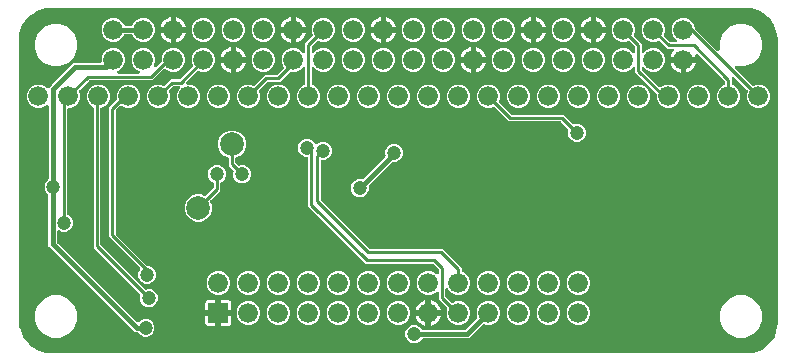
<source format=gbr>
G04 EAGLE Gerber RS-274X export*
G75*
%MOMM*%
%FSLAX34Y34*%
%LPD*%
%INBottom Copper*%
%IPPOS*%
%AMOC8*
5,1,8,0,0,1.08239X$1,22.5*%
G01*
%ADD10C,1.676400*%
%ADD11R,1.676400X1.676400*%
%ADD12C,2.000000*%
%ADD13C,0.406400*%
%ADD14C,1.200000*%
%ADD15C,0.254000*%

G36*
X31225Y3890D02*
X31225Y3890D01*
X31243Y3889D01*
X33028Y3926D01*
X33069Y3920D01*
X33152Y3899D01*
X33288Y3890D01*
X33299Y3889D01*
X33304Y3889D01*
X33313Y3889D01*
X621172Y3889D01*
X621191Y3891D01*
X621299Y3895D01*
X625080Y4275D01*
X625147Y4291D01*
X625216Y4296D01*
X625371Y4340D01*
X632547Y6844D01*
X632653Y6897D01*
X632763Y6943D01*
X632813Y6976D01*
X632832Y6985D01*
X632847Y6999D01*
X632897Y7032D01*
X638947Y11631D01*
X639032Y11714D01*
X639122Y11792D01*
X639160Y11839D01*
X639174Y11854D01*
X639185Y11871D01*
X639222Y11918D01*
X643555Y18162D01*
X643610Y18267D01*
X643672Y18368D01*
X643693Y18425D01*
X643702Y18443D01*
X643707Y18463D01*
X643728Y18519D01*
X645920Y25796D01*
X645931Y25865D01*
X645952Y25930D01*
X645972Y26090D01*
X646187Y29875D01*
X646186Y29894D01*
X646189Y29947D01*
X646189Y30023D01*
X646188Y30032D01*
X646189Y30051D01*
X646151Y31823D01*
X646158Y31875D01*
X646179Y31957D01*
X646188Y32094D01*
X646189Y32105D01*
X646189Y32109D01*
X646189Y32118D01*
X646189Y270078D01*
X646187Y270100D01*
X646185Y270178D01*
X645879Y274076D01*
X645865Y274144D01*
X645860Y274213D01*
X645820Y274369D01*
X643411Y281784D01*
X643361Y281891D01*
X643317Y282002D01*
X643284Y282053D01*
X643276Y282071D01*
X643263Y282087D01*
X643231Y282137D01*
X638648Y288445D01*
X638567Y288532D01*
X638491Y288623D01*
X638444Y288662D01*
X638430Y288677D01*
X638413Y288688D01*
X638367Y288726D01*
X634184Y291765D01*
X632059Y293309D01*
X631955Y293366D01*
X631855Y293430D01*
X631799Y293452D01*
X631781Y293462D01*
X631761Y293467D01*
X631706Y293489D01*
X624291Y295898D01*
X624223Y295911D01*
X624157Y295934D01*
X623998Y295957D01*
X620100Y296263D01*
X620078Y296262D01*
X620000Y296267D01*
X30000Y296267D01*
X29978Y296265D01*
X29900Y296263D01*
X26002Y295957D01*
X25934Y295943D01*
X25865Y295938D01*
X25709Y295898D01*
X18294Y293489D01*
X18187Y293439D01*
X18076Y293395D01*
X18025Y293362D01*
X18007Y293354D01*
X17991Y293341D01*
X17941Y293309D01*
X11633Y288726D01*
X11546Y288645D01*
X11455Y288569D01*
X11416Y288522D01*
X11401Y288508D01*
X11390Y288491D01*
X11352Y288445D01*
X6769Y282137D01*
X6712Y282033D01*
X6648Y281933D01*
X6626Y281877D01*
X6616Y281859D01*
X6611Y281839D01*
X6589Y281784D01*
X4180Y274369D01*
X4167Y274301D01*
X4144Y274235D01*
X4121Y274076D01*
X3815Y270178D01*
X3816Y270156D01*
X3811Y270078D01*
X3811Y30172D01*
X3813Y30153D01*
X3817Y30047D01*
X4213Y26066D01*
X4229Y25999D01*
X4234Y25930D01*
X4278Y25775D01*
X6906Y18222D01*
X6959Y18115D01*
X7005Y18006D01*
X7038Y17955D01*
X7047Y17937D01*
X7061Y17921D01*
X7094Y17872D01*
X11928Y11500D01*
X12010Y11416D01*
X12088Y11326D01*
X12136Y11288D01*
X12150Y11273D01*
X12167Y11263D01*
X12214Y11225D01*
X18780Y6660D01*
X18885Y6605D01*
X18987Y6543D01*
X19044Y6522D01*
X19062Y6512D01*
X19082Y6508D01*
X19138Y6487D01*
X26793Y4174D01*
X26861Y4162D01*
X26927Y4141D01*
X27087Y4122D01*
X31073Y3891D01*
X31092Y3892D01*
X31146Y3889D01*
X31217Y3889D01*
X31225Y3890D01*
G37*
%LPC*%
G36*
X109501Y17875D02*
X109501Y17875D01*
X106736Y19021D01*
X104600Y21156D01*
X104558Y21223D01*
X104494Y21336D01*
X104473Y21357D01*
X104457Y21382D01*
X104363Y21471D01*
X104272Y21564D01*
X104247Y21580D01*
X104226Y21600D01*
X104112Y21663D01*
X104001Y21731D01*
X103973Y21739D01*
X103947Y21754D01*
X103821Y21786D01*
X103697Y21824D01*
X103668Y21826D01*
X103639Y21833D01*
X103478Y21843D01*
X102107Y21843D01*
X28797Y95153D01*
X28797Y137835D01*
X28785Y137934D01*
X28782Y138033D01*
X28765Y138091D01*
X28757Y138151D01*
X28721Y138243D01*
X28693Y138338D01*
X28663Y138390D01*
X28640Y138447D01*
X28582Y138527D01*
X28532Y138612D01*
X28466Y138687D01*
X28454Y138704D01*
X28444Y138712D01*
X28426Y138733D01*
X26641Y140518D01*
X25495Y143283D01*
X25495Y146277D01*
X26641Y149042D01*
X28584Y150985D01*
X28644Y151063D01*
X28712Y151135D01*
X28741Y151188D01*
X28778Y151236D01*
X28818Y151327D01*
X28866Y151414D01*
X28881Y151473D01*
X28905Y151528D01*
X28920Y151626D01*
X28945Y151722D01*
X28951Y151822D01*
X28955Y151842D01*
X28953Y151855D01*
X28955Y151883D01*
X28955Y213049D01*
X28938Y213187D01*
X28925Y213325D01*
X28918Y213344D01*
X28915Y213364D01*
X28864Y213493D01*
X28817Y213624D01*
X28806Y213641D01*
X28798Y213660D01*
X28717Y213772D01*
X28639Y213888D01*
X28623Y213901D01*
X28612Y213917D01*
X28504Y214006D01*
X28400Y214098D01*
X28382Y214107D01*
X28367Y214120D01*
X28241Y214179D01*
X28117Y214243D01*
X28097Y214247D01*
X28079Y214256D01*
X27942Y214282D01*
X27807Y214312D01*
X27786Y214312D01*
X27767Y214315D01*
X27628Y214307D01*
X27489Y214303D01*
X27469Y214297D01*
X27449Y214296D01*
X27317Y214253D01*
X27183Y214214D01*
X27166Y214204D01*
X27147Y214198D01*
X27029Y214123D01*
X26909Y214053D01*
X26888Y214034D01*
X26878Y214028D01*
X26864Y214013D01*
X26789Y213946D01*
X25932Y213089D01*
X22291Y211581D01*
X18349Y211581D01*
X14708Y213089D01*
X11921Y215876D01*
X10413Y219517D01*
X10413Y223459D01*
X11921Y227100D01*
X14708Y229887D01*
X18349Y231395D01*
X22291Y231395D01*
X25932Y229887D01*
X27028Y228790D01*
X27122Y228717D01*
X27211Y228638D01*
X27248Y228620D01*
X27279Y228595D01*
X27389Y228548D01*
X27495Y228494D01*
X27534Y228485D01*
X27571Y228469D01*
X27689Y228450D01*
X27805Y228424D01*
X27845Y228425D01*
X27885Y228419D01*
X28004Y228430D01*
X28123Y228434D01*
X28162Y228445D01*
X28202Y228449D01*
X28314Y228489D01*
X28428Y228522D01*
X28463Y228543D01*
X28501Y228556D01*
X28600Y228623D01*
X28702Y228684D01*
X28748Y228723D01*
X28764Y228735D01*
X28778Y228750D01*
X28823Y228790D01*
X31411Y231377D01*
X49618Y249585D01*
X72524Y249585D01*
X72642Y249600D01*
X72761Y249607D01*
X72799Y249620D01*
X72840Y249625D01*
X72950Y249668D01*
X73063Y249705D01*
X73098Y249727D01*
X73135Y249742D01*
X73231Y249811D01*
X73332Y249875D01*
X73360Y249905D01*
X73393Y249928D01*
X73469Y250020D01*
X73550Y250107D01*
X73570Y250142D01*
X73595Y250173D01*
X73646Y250281D01*
X73704Y250385D01*
X73714Y250425D01*
X73731Y250461D01*
X73753Y250578D01*
X73783Y250693D01*
X73787Y250753D01*
X73791Y250773D01*
X73789Y250794D01*
X73793Y250854D01*
X73793Y254349D01*
X75301Y257990D01*
X78088Y260777D01*
X81729Y262285D01*
X85671Y262285D01*
X89312Y260777D01*
X92099Y257990D01*
X93607Y254349D01*
X93607Y250407D01*
X92099Y246766D01*
X89312Y243979D01*
X87513Y243235D01*
X87453Y243200D01*
X87388Y243174D01*
X87315Y243122D01*
X87237Y243077D01*
X87187Y243029D01*
X87131Y242988D01*
X87073Y242918D01*
X87009Y242856D01*
X86972Y242796D01*
X86928Y242743D01*
X86889Y242661D01*
X86843Y242585D01*
X86822Y242518D01*
X86792Y242455D01*
X86775Y242367D01*
X86749Y242281D01*
X86746Y242211D01*
X86732Y242142D01*
X86738Y242053D01*
X86734Y241963D01*
X86748Y241895D01*
X86752Y241825D01*
X86780Y241740D01*
X86798Y241652D01*
X86829Y241589D01*
X86850Y241523D01*
X86898Y241447D01*
X86938Y241366D01*
X86983Y241313D01*
X87020Y241254D01*
X87086Y241192D01*
X87144Y241124D01*
X87201Y241084D01*
X87252Y241036D01*
X87331Y240993D01*
X87404Y240941D01*
X87469Y240916D01*
X87531Y240882D01*
X87617Y240860D01*
X87702Y240828D01*
X87771Y240820D01*
X87838Y240803D01*
X87999Y240793D01*
X104801Y240793D01*
X104870Y240801D01*
X104940Y240800D01*
X105027Y240821D01*
X105116Y240833D01*
X105181Y240858D01*
X105249Y240875D01*
X105329Y240917D01*
X105412Y240950D01*
X105469Y240991D01*
X105530Y241023D01*
X105597Y241084D01*
X105669Y241136D01*
X105714Y241190D01*
X105766Y241237D01*
X105815Y241312D01*
X105872Y241381D01*
X105902Y241445D01*
X105940Y241503D01*
X105970Y241588D01*
X106008Y241669D01*
X106021Y241738D01*
X106044Y241804D01*
X106051Y241893D01*
X106068Y241981D01*
X106063Y242051D01*
X106069Y242121D01*
X106053Y242209D01*
X106048Y242299D01*
X106026Y242365D01*
X106014Y242434D01*
X105977Y242516D01*
X105950Y242601D01*
X105912Y242660D01*
X105884Y242724D01*
X105828Y242794D01*
X105780Y242870D01*
X105729Y242918D01*
X105685Y242972D01*
X105613Y243027D01*
X105548Y243088D01*
X105487Y243122D01*
X105431Y243164D01*
X105287Y243235D01*
X103488Y243979D01*
X100701Y246766D01*
X99193Y250407D01*
X99193Y254349D01*
X100701Y257990D01*
X103488Y260777D01*
X107129Y262285D01*
X111071Y262285D01*
X114712Y260777D01*
X117499Y257990D01*
X119007Y254349D01*
X119007Y250407D01*
X117899Y247732D01*
X117880Y247665D01*
X117853Y247601D01*
X117838Y247512D01*
X117815Y247426D01*
X117814Y247356D01*
X117803Y247287D01*
X117811Y247197D01*
X117810Y247108D01*
X117826Y247040D01*
X117832Y246970D01*
X117863Y246886D01*
X117884Y246798D01*
X117916Y246737D01*
X117940Y246671D01*
X117991Y246597D01*
X118033Y246517D01*
X118080Y246466D01*
X118119Y246408D01*
X118186Y246348D01*
X118246Y246282D01*
X118305Y246244D01*
X118357Y246197D01*
X118437Y246157D01*
X118512Y246107D01*
X118578Y246084D01*
X118640Y246053D01*
X118728Y246033D01*
X118813Y246004D01*
X118883Y245998D01*
X118951Y245983D01*
X119040Y245986D01*
X119130Y245979D01*
X119199Y245991D01*
X119269Y245993D01*
X119355Y246018D01*
X119443Y246033D01*
X119507Y246062D01*
X119574Y246081D01*
X119651Y246127D01*
X119733Y246164D01*
X119788Y246207D01*
X119848Y246243D01*
X119969Y246349D01*
X124222Y250602D01*
X124282Y250680D01*
X124350Y250752D01*
X124379Y250805D01*
X124416Y250853D01*
X124456Y250944D01*
X124504Y251031D01*
X124519Y251089D01*
X124543Y251145D01*
X124558Y251243D01*
X124583Y251339D01*
X124589Y251439D01*
X124593Y251459D01*
X124591Y251471D01*
X124593Y251499D01*
X124593Y254349D01*
X126101Y257990D01*
X128888Y260777D01*
X132529Y262285D01*
X136471Y262285D01*
X140112Y260777D01*
X142899Y257990D01*
X144407Y254349D01*
X144407Y250407D01*
X142899Y246766D01*
X140112Y243979D01*
X136471Y242471D01*
X132529Y242471D01*
X128888Y243979D01*
X128094Y244774D01*
X128000Y244847D01*
X127910Y244926D01*
X127874Y244944D01*
X127842Y244969D01*
X127733Y245016D01*
X127627Y245071D01*
X127588Y245079D01*
X127550Y245096D01*
X127433Y245114D01*
X127317Y245140D01*
X127276Y245139D01*
X127236Y245145D01*
X127118Y245134D01*
X126999Y245131D01*
X126960Y245119D01*
X126920Y245116D01*
X126808Y245075D01*
X126693Y245042D01*
X126659Y245022D01*
X126620Y245008D01*
X126522Y244941D01*
X126419Y244881D01*
X126374Y244841D01*
X126357Y244829D01*
X126344Y244814D01*
X126299Y244774D01*
X116728Y235203D01*
X63913Y235203D01*
X63815Y235191D01*
X63716Y235188D01*
X63658Y235171D01*
X63598Y235163D01*
X63506Y235127D01*
X63411Y235099D01*
X63358Y235069D01*
X63302Y235046D01*
X63222Y234988D01*
X63137Y234938D01*
X63061Y234872D01*
X63045Y234860D01*
X63037Y234850D01*
X63016Y234832D01*
X55060Y226875D01*
X55041Y226852D01*
X55019Y226833D01*
X54944Y226727D01*
X54865Y226624D01*
X54853Y226597D01*
X54836Y226573D01*
X54790Y226451D01*
X54738Y226332D01*
X54734Y226303D01*
X54723Y226275D01*
X54709Y226146D01*
X54688Y226018D01*
X54691Y225989D01*
X54688Y225959D01*
X54706Y225831D01*
X54718Y225701D01*
X54728Y225674D01*
X54732Y225644D01*
X54784Y225492D01*
X55627Y223459D01*
X55627Y219517D01*
X54119Y215876D01*
X51332Y213089D01*
X47691Y211581D01*
X45878Y211581D01*
X45760Y211566D01*
X45641Y211559D01*
X45603Y211546D01*
X45562Y211541D01*
X45452Y211498D01*
X45339Y211461D01*
X45304Y211439D01*
X45267Y211424D01*
X45171Y211355D01*
X45070Y211291D01*
X45042Y211261D01*
X45009Y211238D01*
X44933Y211146D01*
X44852Y211059D01*
X44832Y211024D01*
X44807Y210993D01*
X44756Y210885D01*
X44698Y210781D01*
X44688Y210741D01*
X44671Y210705D01*
X44649Y210588D01*
X44619Y210473D01*
X44615Y210413D01*
X44611Y210393D01*
X44613Y210372D01*
X44609Y210312D01*
X44609Y122175D01*
X44612Y122146D01*
X44610Y122116D01*
X44632Y121988D01*
X44649Y121859D01*
X44659Y121832D01*
X44664Y121803D01*
X44718Y121684D01*
X44766Y121564D01*
X44783Y121540D01*
X44795Y121513D01*
X44876Y121411D01*
X44952Y121306D01*
X44975Y121288D01*
X44994Y121264D01*
X45097Y121186D01*
X45197Y121104D01*
X45224Y121091D01*
X45248Y121073D01*
X45392Y121002D01*
X46172Y120679D01*
X48289Y118562D01*
X49435Y115797D01*
X49435Y112803D01*
X48289Y110038D01*
X46172Y107921D01*
X43407Y106775D01*
X40413Y106775D01*
X37666Y107913D01*
X37618Y107926D01*
X37573Y107948D01*
X37465Y107968D01*
X37359Y107997D01*
X37309Y107998D01*
X37260Y108007D01*
X37151Y108001D01*
X37041Y108002D01*
X36993Y107991D01*
X36943Y107988D01*
X36839Y107954D01*
X36732Y107928D01*
X36688Y107905D01*
X36641Y107890D01*
X36548Y107831D01*
X36451Y107779D01*
X36414Y107746D01*
X36372Y107719D01*
X36297Y107639D01*
X36215Y107566D01*
X36188Y107524D01*
X36154Y107488D01*
X36101Y107392D01*
X36041Y107300D01*
X36024Y107253D01*
X36000Y107209D01*
X35973Y107103D01*
X35937Y106999D01*
X35933Y106949D01*
X35921Y106901D01*
X35911Y106741D01*
X35911Y98625D01*
X35923Y98527D01*
X35926Y98428D01*
X35943Y98369D01*
X35951Y98309D01*
X35987Y98217D01*
X36015Y98122D01*
X36045Y98070D01*
X36068Y98014D01*
X36126Y97933D01*
X36176Y97848D01*
X36242Y97773D01*
X36254Y97756D01*
X36264Y97748D01*
X36282Y97727D01*
X103586Y30424D01*
X103680Y30351D01*
X103769Y30272D01*
X103805Y30254D01*
X103837Y30229D01*
X103946Y30182D01*
X104052Y30128D01*
X104092Y30119D01*
X104129Y30103D01*
X104247Y30084D01*
X104362Y30058D01*
X104403Y30059D01*
X104443Y30053D01*
X104561Y30064D01*
X104680Y30068D01*
X104719Y30079D01*
X104759Y30083D01*
X104871Y30123D01*
X104986Y30156D01*
X105021Y30177D01*
X105059Y30190D01*
X105157Y30257D01*
X105260Y30318D01*
X105305Y30358D01*
X105322Y30369D01*
X105335Y30384D01*
X105381Y30424D01*
X106736Y31779D01*
X109501Y32925D01*
X112495Y32925D01*
X115260Y31779D01*
X117377Y29662D01*
X118523Y26897D01*
X118523Y23903D01*
X117377Y21138D01*
X115260Y19021D01*
X112495Y17875D01*
X109501Y17875D01*
G37*
%LPD*%
%LPC*%
G36*
X373829Y28193D02*
X373829Y28193D01*
X370188Y29701D01*
X367401Y32488D01*
X365893Y36129D01*
X365893Y40071D01*
X366399Y41291D01*
X366407Y41319D01*
X366420Y41346D01*
X366448Y41472D01*
X366483Y41598D01*
X366483Y41627D01*
X366490Y41656D01*
X366486Y41786D01*
X366488Y41916D01*
X366481Y41944D01*
X366480Y41974D01*
X366444Y42098D01*
X366414Y42225D01*
X366400Y42251D01*
X366392Y42279D01*
X366326Y42391D01*
X366265Y42506D01*
X366245Y42528D01*
X366230Y42553D01*
X366124Y42674D01*
X359155Y49642D01*
X359155Y55181D01*
X359138Y55319D01*
X359125Y55457D01*
X359118Y55476D01*
X359115Y55496D01*
X359064Y55625D01*
X359017Y55756D01*
X359006Y55773D01*
X358998Y55792D01*
X358917Y55904D01*
X358839Y56020D01*
X358823Y56033D01*
X358812Y56049D01*
X358704Y56138D01*
X358600Y56230D01*
X358582Y56239D01*
X358567Y56252D01*
X358441Y56311D01*
X358317Y56375D01*
X358297Y56379D01*
X358279Y56388D01*
X358142Y56414D01*
X358007Y56444D01*
X357986Y56444D01*
X357967Y56447D01*
X357828Y56439D01*
X357689Y56435D01*
X357669Y56429D01*
X357649Y56428D01*
X357517Y56385D01*
X357383Y56346D01*
X357366Y56336D01*
X357347Y56330D01*
X357229Y56255D01*
X357109Y56185D01*
X357088Y56166D01*
X357078Y56160D01*
X357064Y56144D01*
X356989Y56078D01*
X356012Y55101D01*
X352371Y53593D01*
X348429Y53593D01*
X344788Y55101D01*
X342001Y57888D01*
X340493Y61529D01*
X340493Y65471D01*
X342001Y69112D01*
X344788Y71899D01*
X348429Y73407D01*
X352371Y73407D01*
X356012Y71899D01*
X356989Y70922D01*
X357098Y70837D01*
X357205Y70748D01*
X357224Y70739D01*
X357240Y70727D01*
X357367Y70672D01*
X357493Y70612D01*
X357513Y70609D01*
X357532Y70600D01*
X357670Y70579D01*
X357806Y70553D01*
X357826Y70554D01*
X357846Y70551D01*
X357985Y70564D01*
X358123Y70572D01*
X358142Y70578D01*
X358162Y70580D01*
X358294Y70628D01*
X358425Y70670D01*
X358443Y70681D01*
X358462Y70688D01*
X358577Y70766D01*
X358694Y70840D01*
X358708Y70855D01*
X358725Y70867D01*
X358817Y70971D01*
X358912Y71072D01*
X358922Y71090D01*
X358935Y71105D01*
X358998Y71229D01*
X359066Y71351D01*
X359071Y71370D01*
X359080Y71388D01*
X359110Y71524D01*
X359145Y71659D01*
X359147Y71687D01*
X359150Y71699D01*
X359149Y71719D01*
X359155Y71819D01*
X359155Y74517D01*
X359143Y74615D01*
X359140Y74714D01*
X359123Y74772D01*
X359115Y74832D01*
X359079Y74924D01*
X359051Y75019D01*
X359021Y75072D01*
X358998Y75128D01*
X358940Y75208D01*
X358890Y75293D01*
X358824Y75369D01*
X358812Y75385D01*
X358802Y75393D01*
X358784Y75414D01*
X354814Y79384D01*
X354736Y79444D01*
X354664Y79512D01*
X354611Y79541D01*
X354563Y79578D01*
X354472Y79618D01*
X354385Y79666D01*
X354327Y79681D01*
X354271Y79705D01*
X354173Y79720D01*
X354077Y79745D01*
X353977Y79751D01*
X353957Y79755D01*
X353945Y79753D01*
X353917Y79755D01*
X297038Y79755D01*
X248411Y128382D01*
X248411Y169006D01*
X248396Y169124D01*
X248389Y169243D01*
X248376Y169281D01*
X248371Y169322D01*
X248328Y169432D01*
X248291Y169545D01*
X248269Y169580D01*
X248254Y169617D01*
X248185Y169713D01*
X248121Y169814D01*
X248091Y169842D01*
X248068Y169875D01*
X247976Y169951D01*
X247889Y170032D01*
X247854Y170052D01*
X247823Y170077D01*
X247715Y170128D01*
X247611Y170186D01*
X247571Y170196D01*
X247535Y170213D01*
X247418Y170235D01*
X247303Y170265D01*
X247243Y170269D01*
X247223Y170273D01*
X247202Y170271D01*
X247142Y170275D01*
X246153Y170275D01*
X243388Y171421D01*
X241271Y173538D01*
X240125Y176303D01*
X240125Y179297D01*
X241271Y182062D01*
X243388Y184179D01*
X246153Y185325D01*
X249147Y185325D01*
X251912Y184179D01*
X254029Y182062D01*
X254252Y181524D01*
X254277Y181481D01*
X254294Y181434D01*
X254356Y181343D01*
X254410Y181247D01*
X254444Y181212D01*
X254472Y181171D01*
X254555Y181098D01*
X254631Y181019D01*
X254673Y180993D01*
X254711Y180960D01*
X254809Y180910D01*
X254902Y180853D01*
X254950Y180838D01*
X254994Y180816D01*
X255101Y180792D01*
X255206Y180759D01*
X255256Y180757D01*
X255304Y180746D01*
X255414Y180749D01*
X255524Y180744D01*
X255572Y180754D01*
X255622Y180756D01*
X255728Y180786D01*
X255835Y180808D01*
X255880Y180830D01*
X255928Y180844D01*
X256022Y180900D01*
X256121Y180948D01*
X256159Y180980D01*
X256202Y181006D01*
X256322Y181112D01*
X256981Y181771D01*
X259747Y182916D01*
X262740Y182916D01*
X265506Y181771D01*
X267623Y179654D01*
X268768Y176888D01*
X268768Y173895D01*
X267623Y171129D01*
X265506Y169013D01*
X262740Y167867D01*
X260604Y167867D01*
X260486Y167852D01*
X260367Y167845D01*
X260329Y167832D01*
X260288Y167827D01*
X260178Y167783D01*
X260065Y167747D01*
X260030Y167725D01*
X259993Y167710D01*
X259897Y167640D01*
X259796Y167576D01*
X259768Y167547D01*
X259735Y167523D01*
X259659Y167432D01*
X259578Y167345D01*
X259558Y167309D01*
X259533Y167278D01*
X259482Y167171D01*
X259424Y167066D01*
X259414Y167027D01*
X259397Y166991D01*
X259375Y166874D01*
X259345Y166758D01*
X259341Y166698D01*
X259337Y166678D01*
X259339Y166658D01*
X259335Y166598D01*
X259335Y134271D01*
X259347Y134173D01*
X259350Y134074D01*
X259367Y134016D01*
X259375Y133956D01*
X259411Y133864D01*
X259439Y133769D01*
X259469Y133716D01*
X259492Y133660D01*
X259550Y133580D01*
X259600Y133495D01*
X259666Y133419D01*
X259678Y133403D01*
X259688Y133395D01*
X259706Y133374D01*
X300252Y92828D01*
X300330Y92768D01*
X300402Y92700D01*
X300455Y92671D01*
X300503Y92634D01*
X300594Y92594D01*
X300681Y92546D01*
X300739Y92531D01*
X300795Y92507D01*
X300893Y92492D01*
X300989Y92467D01*
X301089Y92461D01*
X301109Y92457D01*
X301121Y92459D01*
X301149Y92457D01*
X362346Y92457D01*
X378595Y76208D01*
X378595Y73913D01*
X378598Y73884D01*
X378596Y73855D01*
X378618Y73727D01*
X378635Y73598D01*
X378645Y73570D01*
X378650Y73541D01*
X378704Y73423D01*
X378752Y73302D01*
X378769Y73278D01*
X378781Y73251D01*
X378862Y73150D01*
X378938Y73045D01*
X378961Y73026D01*
X378980Y73003D01*
X379083Y72925D01*
X379183Y72842D01*
X379210Y72829D01*
X379234Y72812D01*
X379378Y72741D01*
X381412Y71899D01*
X384199Y69112D01*
X385707Y65471D01*
X385707Y61529D01*
X384199Y57888D01*
X381412Y55101D01*
X377771Y53593D01*
X373829Y53593D01*
X370188Y55101D01*
X367401Y57888D01*
X367187Y58407D01*
X367152Y58468D01*
X367126Y58533D01*
X367074Y58605D01*
X367029Y58683D01*
X366981Y58733D01*
X366940Y58790D01*
X366870Y58847D01*
X366808Y58912D01*
X366748Y58948D01*
X366695Y58993D01*
X366613Y59031D01*
X366537Y59078D01*
X366470Y59099D01*
X366407Y59128D01*
X366319Y59145D01*
X366233Y59172D01*
X366163Y59175D01*
X366094Y59188D01*
X366005Y59182D01*
X365915Y59187D01*
X365847Y59173D01*
X365777Y59168D01*
X365692Y59141D01*
X365604Y59122D01*
X365541Y59092D01*
X365475Y59070D01*
X365399Y59022D01*
X365318Y58983D01*
X365265Y58937D01*
X365206Y58900D01*
X365144Y58835D01*
X365076Y58776D01*
X365036Y58719D01*
X364988Y58668D01*
X364944Y58590D01*
X364893Y58516D01*
X364868Y58451D01*
X364834Y58390D01*
X364812Y58303D01*
X364780Y58219D01*
X364772Y58149D01*
X364755Y58082D01*
X364745Y57921D01*
X364745Y52483D01*
X364757Y52385D01*
X364760Y52286D01*
X364777Y52228D01*
X364785Y52168D01*
X364821Y52076D01*
X364849Y51981D01*
X364879Y51928D01*
X364902Y51872D01*
X364960Y51792D01*
X365010Y51707D01*
X365076Y51631D01*
X365088Y51615D01*
X365098Y51607D01*
X365116Y51586D01*
X369600Y47103D01*
X369623Y47085D01*
X369642Y47062D01*
X369748Y46988D01*
X369851Y46908D01*
X369878Y46896D01*
X369902Y46879D01*
X370023Y46833D01*
X370143Y46781D01*
X370172Y46777D01*
X370199Y46766D01*
X370328Y46752D01*
X370457Y46732D01*
X370486Y46734D01*
X370516Y46731D01*
X370644Y46749D01*
X370773Y46761D01*
X370801Y46771D01*
X370830Y46776D01*
X370983Y46828D01*
X373829Y48007D01*
X377771Y48007D01*
X381412Y46499D01*
X384199Y43712D01*
X385707Y40071D01*
X385707Y36129D01*
X384199Y32488D01*
X381412Y29701D01*
X377771Y28193D01*
X373829Y28193D01*
G37*
%LPD*%
%LPC*%
G36*
X602549Y211581D02*
X602549Y211581D01*
X598908Y213089D01*
X596121Y215876D01*
X594613Y219517D01*
X594613Y223459D01*
X596121Y227100D01*
X598908Y229887D01*
X600942Y230729D01*
X600967Y230743D01*
X600995Y230753D01*
X601105Y230822D01*
X601218Y230886D01*
X601239Y230907D01*
X601264Y230923D01*
X601353Y231017D01*
X601446Y231108D01*
X601462Y231133D01*
X601482Y231154D01*
X601545Y231268D01*
X601613Y231379D01*
X601621Y231407D01*
X601636Y231433D01*
X601668Y231559D01*
X601706Y231683D01*
X601708Y231712D01*
X601715Y231741D01*
X601725Y231901D01*
X601725Y233775D01*
X601713Y233873D01*
X601710Y233972D01*
X601693Y234030D01*
X601685Y234090D01*
X601649Y234182D01*
X601621Y234277D01*
X601591Y234330D01*
X601568Y234386D01*
X601510Y234466D01*
X601460Y234551D01*
X601394Y234627D01*
X601382Y234643D01*
X601372Y234651D01*
X601354Y234672D01*
X578701Y257324D01*
X578686Y257337D01*
X578673Y257352D01*
X578560Y257434D01*
X578450Y257519D01*
X578432Y257527D01*
X578416Y257539D01*
X578286Y257590D01*
X578158Y257646D01*
X578139Y257649D01*
X578120Y257656D01*
X577982Y257674D01*
X577844Y257695D01*
X577824Y257694D01*
X577805Y257696D01*
X577667Y257679D01*
X577528Y257666D01*
X577509Y257659D01*
X577489Y257656D01*
X577360Y257605D01*
X577228Y257558D01*
X577212Y257547D01*
X577193Y257539D01*
X577081Y257458D01*
X576965Y257379D01*
X576952Y257364D01*
X576936Y257353D01*
X576847Y257245D01*
X576755Y257141D01*
X576746Y257123D01*
X576733Y257108D01*
X576673Y256982D01*
X576610Y256858D01*
X576606Y256838D01*
X576597Y256820D01*
X576571Y256683D01*
X576540Y256547D01*
X576541Y256528D01*
X576537Y256508D01*
X576546Y256369D01*
X576550Y256230D01*
X576556Y256210D01*
X576557Y256191D01*
X576597Y256035D01*
X576954Y254936D01*
X577003Y254627D01*
X567280Y254627D01*
X567162Y254612D01*
X567043Y254605D01*
X567005Y254592D01*
X566965Y254587D01*
X566854Y254544D01*
X566741Y254507D01*
X566707Y254485D01*
X566669Y254470D01*
X566573Y254401D01*
X566472Y254337D01*
X566444Y254307D01*
X566412Y254284D01*
X566336Y254192D01*
X566304Y254158D01*
X566299Y254166D01*
X566269Y254194D01*
X566245Y254227D01*
X566154Y254303D01*
X566067Y254384D01*
X566032Y254404D01*
X566000Y254429D01*
X565893Y254480D01*
X565788Y254538D01*
X565749Y254548D01*
X565713Y254565D01*
X565596Y254587D01*
X565480Y254617D01*
X565420Y254621D01*
X565400Y254625D01*
X565380Y254623D01*
X565320Y254627D01*
X555597Y254627D01*
X555646Y254936D01*
X556177Y256571D01*
X556958Y258103D01*
X557969Y259494D01*
X558181Y259706D01*
X558266Y259816D01*
X558355Y259923D01*
X558364Y259942D01*
X558376Y259958D01*
X558432Y260086D01*
X558491Y260211D01*
X558495Y260231D01*
X558503Y260250D01*
X558525Y260387D01*
X558551Y260524D01*
X558549Y260544D01*
X558553Y260564D01*
X558540Y260702D01*
X558531Y260841D01*
X558525Y260860D01*
X558523Y260880D01*
X558476Y261011D01*
X558433Y261143D01*
X558422Y261161D01*
X558415Y261180D01*
X558337Y261295D01*
X558263Y261412D01*
X558248Y261426D01*
X558237Y261443D01*
X558132Y261535D01*
X558031Y261630D01*
X558013Y261640D01*
X557998Y261653D01*
X557875Y261716D01*
X557753Y261784D01*
X557733Y261789D01*
X557715Y261798D01*
X557579Y261828D01*
X557445Y261863D01*
X557417Y261865D01*
X557405Y261868D01*
X557384Y261867D01*
X557284Y261873D01*
X552852Y261873D01*
X550844Y263882D01*
X546287Y268438D01*
X546264Y268457D01*
X546245Y268479D01*
X546139Y268554D01*
X546036Y268633D01*
X546009Y268645D01*
X545985Y268662D01*
X545863Y268708D01*
X545744Y268760D01*
X545715Y268764D01*
X545687Y268775D01*
X545558Y268789D01*
X545430Y268810D01*
X545401Y268807D01*
X545371Y268810D01*
X545243Y268792D01*
X545113Y268780D01*
X545086Y268770D01*
X545056Y268766D01*
X544904Y268714D01*
X542871Y267871D01*
X538929Y267871D01*
X535288Y269379D01*
X532501Y272166D01*
X530993Y275807D01*
X530993Y279749D01*
X532501Y283390D01*
X535288Y286177D01*
X538929Y287685D01*
X542871Y287685D01*
X546512Y286177D01*
X549299Y283390D01*
X550807Y279749D01*
X550807Y275807D01*
X549964Y273774D01*
X549957Y273745D01*
X549943Y273719D01*
X549915Y273592D01*
X549881Y273467D01*
X549880Y273438D01*
X549874Y273409D01*
X549878Y273279D01*
X549875Y273149D01*
X549882Y273121D01*
X549883Y273091D01*
X549919Y272966D01*
X549950Y272840D01*
X549963Y272814D01*
X549972Y272786D01*
X550037Y272674D01*
X550098Y272559D01*
X550118Y272537D01*
X550133Y272512D01*
X550240Y272391D01*
X554796Y267834D01*
X554874Y267774D01*
X554946Y267706D01*
X554999Y267677D01*
X555047Y267640D01*
X555138Y267600D01*
X555225Y267552D01*
X555283Y267537D01*
X555339Y267513D01*
X555437Y267498D01*
X555533Y267473D01*
X555633Y267467D01*
X555653Y267463D01*
X555665Y267465D01*
X555693Y267463D01*
X559541Y267463D01*
X559678Y267480D01*
X559817Y267493D01*
X559836Y267500D01*
X559856Y267503D01*
X559985Y267554D01*
X560116Y267601D01*
X560133Y267612D01*
X560152Y267620D01*
X560264Y267701D01*
X560380Y267779D01*
X560393Y267795D01*
X560409Y267806D01*
X560498Y267914D01*
X560590Y268018D01*
X560599Y268036D01*
X560612Y268051D01*
X560671Y268177D01*
X560735Y268301D01*
X560739Y268321D01*
X560748Y268339D01*
X560774Y268475D01*
X560804Y268611D01*
X560804Y268632D01*
X560807Y268651D01*
X560799Y268790D01*
X560795Y268929D01*
X560789Y268949D01*
X560788Y268969D01*
X560745Y269101D01*
X560706Y269235D01*
X560696Y269252D01*
X560690Y269271D01*
X560615Y269389D01*
X560545Y269509D01*
X560526Y269530D01*
X560520Y269540D01*
X560505Y269554D01*
X560438Y269629D01*
X557901Y272166D01*
X556393Y275807D01*
X556393Y279749D01*
X557901Y283390D01*
X560688Y286177D01*
X564329Y287685D01*
X568271Y287685D01*
X571912Y286177D01*
X574699Y283390D01*
X576207Y279749D01*
X576207Y279679D01*
X576219Y279581D01*
X576222Y279482D01*
X576239Y279424D01*
X576247Y279364D01*
X576283Y279272D01*
X576311Y279177D01*
X576341Y279124D01*
X576364Y279068D01*
X576422Y278988D01*
X576472Y278903D01*
X576538Y278827D01*
X576550Y278811D01*
X576560Y278803D01*
X576578Y278782D01*
X595056Y260304D01*
X595111Y260261D01*
X595160Y260211D01*
X595236Y260164D01*
X595307Y260109D01*
X595372Y260081D01*
X595431Y260045D01*
X595517Y260019D01*
X595599Y259983D01*
X595668Y259972D01*
X595735Y259951D01*
X595825Y259947D01*
X595913Y259933D01*
X595983Y259940D01*
X596053Y259936D01*
X596140Y259954D01*
X596230Y259963D01*
X596296Y259987D01*
X596364Y260001D01*
X596445Y260040D01*
X596529Y260071D01*
X596587Y260110D01*
X596650Y260140D01*
X596718Y260199D01*
X596792Y260249D01*
X596839Y260301D01*
X596892Y260347D01*
X596943Y260420D01*
X597003Y260488D01*
X597035Y260550D01*
X597075Y260607D01*
X597107Y260691D01*
X597147Y260771D01*
X597163Y260839D01*
X597187Y260904D01*
X597197Y260994D01*
X597217Y261081D01*
X597215Y261151D01*
X597223Y261220D01*
X597210Y261309D01*
X597207Y261399D01*
X597189Y261462D01*
X597189Y268621D01*
X599901Y275167D01*
X604911Y280177D01*
X611457Y282889D01*
X618543Y282889D01*
X625089Y280177D01*
X630099Y275167D01*
X632811Y268621D01*
X632811Y261535D01*
X630099Y254989D01*
X625089Y249979D01*
X618543Y247267D01*
X611379Y247267D01*
X611303Y247288D01*
X611233Y247289D01*
X611164Y247300D01*
X611075Y247292D01*
X610985Y247293D01*
X610917Y247277D01*
X610847Y247270D01*
X610763Y247240D01*
X610676Y247219D01*
X610614Y247186D01*
X610548Y247163D01*
X610474Y247112D01*
X610394Y247070D01*
X610343Y247023D01*
X610285Y246984D01*
X610226Y246917D01*
X610159Y246857D01*
X610121Y246798D01*
X610074Y246746D01*
X610034Y246666D01*
X609984Y246591D01*
X609962Y246525D01*
X609930Y246463D01*
X609910Y246375D01*
X609881Y246290D01*
X609876Y246220D01*
X609860Y246152D01*
X609863Y246063D01*
X609856Y245973D01*
X609868Y245904D01*
X609870Y245834D01*
X609895Y245748D01*
X609910Y245660D01*
X609939Y245596D01*
X609958Y245529D01*
X610004Y245452D01*
X610041Y245370D01*
X610084Y245315D01*
X610120Y245255D01*
X610226Y245134D01*
X624533Y230828D01*
X624556Y230809D01*
X624575Y230787D01*
X624681Y230712D01*
X624784Y230633D01*
X624811Y230621D01*
X624835Y230604D01*
X624957Y230558D01*
X625076Y230506D01*
X625105Y230502D01*
X625133Y230491D01*
X625262Y230477D01*
X625390Y230456D01*
X625419Y230459D01*
X625449Y230456D01*
X625577Y230474D01*
X625707Y230486D01*
X625734Y230496D01*
X625764Y230500D01*
X625916Y230552D01*
X627949Y231395D01*
X631891Y231395D01*
X635532Y229887D01*
X638319Y227100D01*
X639827Y223459D01*
X639827Y219517D01*
X638319Y215876D01*
X635532Y213089D01*
X631891Y211581D01*
X627949Y211581D01*
X624308Y213089D01*
X621521Y215876D01*
X620013Y219517D01*
X620013Y223459D01*
X620856Y225492D01*
X620863Y225520D01*
X620877Y225547D01*
X620905Y225674D01*
X620939Y225799D01*
X620940Y225828D01*
X620946Y225857D01*
X620942Y225987D01*
X620945Y226117D01*
X620938Y226145D01*
X620937Y226175D01*
X620901Y226300D01*
X620870Y226426D01*
X620857Y226452D01*
X620848Y226480D01*
X620782Y226592D01*
X620722Y226707D01*
X620702Y226729D01*
X620687Y226754D01*
X620580Y226875D01*
X609481Y237974D01*
X609372Y238059D01*
X609265Y238148D01*
X609246Y238157D01*
X609230Y238169D01*
X609102Y238225D01*
X608977Y238284D01*
X608957Y238287D01*
X608938Y238295D01*
X608800Y238317D01*
X608664Y238343D01*
X608644Y238342D01*
X608624Y238345D01*
X608485Y238332D01*
X608347Y238324D01*
X608328Y238317D01*
X608308Y238316D01*
X608176Y238268D01*
X608045Y238226D01*
X608027Y238215D01*
X608008Y238208D01*
X607893Y238130D01*
X607776Y238055D01*
X607762Y238041D01*
X607745Y238029D01*
X607653Y237925D01*
X607558Y237824D01*
X607548Y237806D01*
X607535Y237791D01*
X607471Y237667D01*
X607404Y237545D01*
X607399Y237526D01*
X607390Y237508D01*
X607360Y237372D01*
X607325Y237237D01*
X607323Y237209D01*
X607320Y237197D01*
X607321Y237177D01*
X607315Y237077D01*
X607315Y231901D01*
X607318Y231872D01*
X607316Y231843D01*
X607338Y231715D01*
X607355Y231586D01*
X607365Y231559D01*
X607370Y231529D01*
X607424Y231411D01*
X607472Y231290D01*
X607489Y231266D01*
X607501Y231239D01*
X607582Y231138D01*
X607658Y231033D01*
X607681Y231014D01*
X607700Y230991D01*
X607803Y230913D01*
X607903Y230830D01*
X607930Y230817D01*
X607954Y230800D01*
X608098Y230729D01*
X610132Y229887D01*
X612919Y227100D01*
X614427Y223459D01*
X614427Y219517D01*
X612919Y215876D01*
X610132Y213089D01*
X606491Y211581D01*
X602549Y211581D01*
G37*
%LPD*%
%LPC*%
G36*
X196149Y211581D02*
X196149Y211581D01*
X192508Y213089D01*
X189721Y215876D01*
X188213Y219517D01*
X188213Y223459D01*
X189721Y227100D01*
X192508Y229887D01*
X196149Y231395D01*
X200091Y231395D01*
X202124Y230552D01*
X202152Y230545D01*
X202179Y230531D01*
X202306Y230503D01*
X202431Y230469D01*
X202460Y230468D01*
X202489Y230462D01*
X202619Y230466D01*
X202749Y230463D01*
X202777Y230470D01*
X202807Y230471D01*
X202932Y230507D01*
X203058Y230538D01*
X203084Y230551D01*
X203112Y230560D01*
X203224Y230626D01*
X203339Y230686D01*
X203361Y230706D01*
X203386Y230721D01*
X203507Y230828D01*
X212202Y239523D01*
X221837Y239523D01*
X221935Y239535D01*
X222034Y239538D01*
X222092Y239555D01*
X222152Y239563D01*
X222244Y239599D01*
X222339Y239627D01*
X222392Y239657D01*
X222448Y239680D01*
X222528Y239738D01*
X222613Y239788D01*
X222689Y239854D01*
X222705Y239866D01*
X222713Y239876D01*
X222734Y239894D01*
X227756Y244917D01*
X227829Y245011D01*
X227908Y245100D01*
X227926Y245136D01*
X227951Y245168D01*
X227999Y245277D01*
X228053Y245383D01*
X228061Y245423D01*
X228078Y245460D01*
X228096Y245578D01*
X228122Y245693D01*
X228121Y245734D01*
X228127Y245774D01*
X228116Y245893D01*
X228113Y246011D01*
X228101Y246050D01*
X228098Y246090D01*
X228057Y246203D01*
X228024Y246317D01*
X228004Y246352D01*
X227990Y246390D01*
X227923Y246488D01*
X227863Y246591D01*
X227823Y246636D01*
X227811Y246653D01*
X227796Y246666D01*
X227756Y246712D01*
X227701Y246766D01*
X226193Y250407D01*
X226193Y254349D01*
X227701Y257990D01*
X230488Y260777D01*
X234129Y262285D01*
X238071Y262285D01*
X241712Y260777D01*
X243959Y258530D01*
X244068Y258444D01*
X244175Y258356D01*
X244194Y258347D01*
X244210Y258335D01*
X244338Y258279D01*
X244463Y258220D01*
X244483Y258217D01*
X244502Y258208D01*
X244640Y258187D01*
X244776Y258161D01*
X244796Y258162D01*
X244816Y258159D01*
X244955Y258172D01*
X245093Y258180D01*
X245112Y258186D01*
X245132Y258188D01*
X245264Y258236D01*
X245395Y258278D01*
X245413Y258289D01*
X245432Y258296D01*
X245547Y258374D01*
X245664Y258448D01*
X245678Y258463D01*
X245695Y258475D01*
X245787Y258579D01*
X245882Y258680D01*
X245892Y258698D01*
X245905Y258713D01*
X245969Y258837D01*
X246036Y258959D01*
X246041Y258978D01*
X246050Y258996D01*
X246080Y259132D01*
X246115Y259267D01*
X246117Y259295D01*
X246120Y259307D01*
X246119Y259327D01*
X246125Y259427D01*
X246125Y266356D01*
X248134Y268364D01*
X252160Y272391D01*
X252179Y272414D01*
X252201Y272433D01*
X252276Y272539D01*
X252355Y272642D01*
X252367Y272669D01*
X252384Y272693D01*
X252430Y272815D01*
X252482Y272934D01*
X252486Y272963D01*
X252497Y272991D01*
X252511Y273120D01*
X252532Y273248D01*
X252529Y273277D01*
X252532Y273307D01*
X252514Y273435D01*
X252502Y273565D01*
X252492Y273592D01*
X252488Y273622D01*
X252436Y273774D01*
X251593Y275807D01*
X251593Y279749D01*
X253101Y283390D01*
X255888Y286177D01*
X259529Y287685D01*
X263471Y287685D01*
X267112Y286177D01*
X269899Y283390D01*
X271407Y279749D01*
X271407Y275807D01*
X269899Y272166D01*
X267112Y269379D01*
X263471Y267871D01*
X259529Y267871D01*
X257496Y268714D01*
X257467Y268721D01*
X257441Y268735D01*
X257314Y268763D01*
X257189Y268797D01*
X257160Y268798D01*
X257131Y268804D01*
X257001Y268800D01*
X256871Y268803D01*
X256843Y268796D01*
X256813Y268795D01*
X256688Y268759D01*
X256562Y268728D01*
X256536Y268715D01*
X256508Y268706D01*
X256396Y268641D01*
X256281Y268580D01*
X256259Y268560D01*
X256234Y268545D01*
X256113Y268438D01*
X252086Y264412D01*
X252026Y264334D01*
X251958Y264262D01*
X251929Y264209D01*
X251892Y264161D01*
X251852Y264070D01*
X251804Y263983D01*
X251789Y263925D01*
X251765Y263869D01*
X251750Y263771D01*
X251725Y263675D01*
X251719Y263575D01*
X251715Y263555D01*
X251717Y263543D01*
X251715Y263515D01*
X251715Y259667D01*
X251732Y259530D01*
X251745Y259391D01*
X251752Y259372D01*
X251755Y259352D01*
X251806Y259223D01*
X251853Y259092D01*
X251864Y259075D01*
X251872Y259056D01*
X251953Y258944D01*
X252031Y258828D01*
X252047Y258815D01*
X252058Y258799D01*
X252166Y258710D01*
X252270Y258618D01*
X252288Y258609D01*
X252303Y258596D01*
X252429Y258537D01*
X252553Y258473D01*
X252573Y258469D01*
X252591Y258460D01*
X252727Y258434D01*
X252863Y258404D01*
X252884Y258404D01*
X252903Y258401D01*
X253042Y258409D01*
X253181Y258413D01*
X253201Y258419D01*
X253221Y258420D01*
X253353Y258463D01*
X253487Y258502D01*
X253504Y258512D01*
X253523Y258518D01*
X253641Y258593D01*
X253761Y258663D01*
X253782Y258682D01*
X253792Y258688D01*
X253806Y258703D01*
X253881Y258770D01*
X255888Y260777D01*
X259529Y262285D01*
X263471Y262285D01*
X267112Y260777D01*
X269899Y257990D01*
X271407Y254349D01*
X271407Y250407D01*
X269899Y246766D01*
X267112Y243979D01*
X263471Y242471D01*
X259529Y242471D01*
X255888Y243979D01*
X253881Y245986D01*
X253788Y246059D01*
X253774Y246072D01*
X253765Y246077D01*
X253665Y246160D01*
X253646Y246169D01*
X253630Y246181D01*
X253502Y246237D01*
X253377Y246296D01*
X253357Y246299D01*
X253338Y246308D01*
X253200Y246329D01*
X253064Y246355D01*
X253044Y246354D01*
X253024Y246357D01*
X252885Y246344D01*
X252747Y246336D01*
X252728Y246330D01*
X252708Y246328D01*
X252576Y246280D01*
X252445Y246238D01*
X252427Y246227D01*
X252408Y246220D01*
X252293Y246142D01*
X252176Y246068D01*
X252162Y246053D01*
X252145Y246041D01*
X252053Y245937D01*
X251958Y245836D01*
X251948Y245818D01*
X251935Y245803D01*
X251871Y245679D01*
X251804Y245557D01*
X251799Y245538D01*
X251790Y245520D01*
X251760Y245384D01*
X251725Y245249D01*
X251723Y245221D01*
X251720Y245209D01*
X251721Y245189D01*
X251715Y245089D01*
X251715Y231901D01*
X251718Y231872D01*
X251716Y231843D01*
X251738Y231715D01*
X251755Y231586D01*
X251765Y231558D01*
X251770Y231529D01*
X251824Y231411D01*
X251872Y231290D01*
X251889Y231266D01*
X251901Y231239D01*
X251982Y231138D01*
X252058Y231033D01*
X252081Y231014D01*
X252100Y230991D01*
X252203Y230913D01*
X252303Y230830D01*
X252330Y230817D01*
X252354Y230800D01*
X252498Y230729D01*
X254532Y229887D01*
X257319Y227100D01*
X258827Y223459D01*
X258827Y219517D01*
X257319Y215876D01*
X254532Y213089D01*
X250891Y211581D01*
X246949Y211581D01*
X243308Y213089D01*
X240521Y215876D01*
X239013Y219517D01*
X239013Y223459D01*
X240521Y227100D01*
X243308Y229887D01*
X245342Y230729D01*
X245367Y230743D01*
X245395Y230753D01*
X245505Y230822D01*
X245618Y230886D01*
X245639Y230907D01*
X245664Y230923D01*
X245753Y231017D01*
X245846Y231108D01*
X245862Y231133D01*
X245882Y231154D01*
X245945Y231268D01*
X246013Y231379D01*
X246021Y231407D01*
X246036Y231433D01*
X246068Y231559D01*
X246106Y231683D01*
X246108Y231712D01*
X246115Y231741D01*
X246125Y231901D01*
X246125Y245329D01*
X246108Y245466D01*
X246095Y245605D01*
X246088Y245624D01*
X246085Y245644D01*
X246034Y245773D01*
X245987Y245904D01*
X245976Y245921D01*
X245968Y245940D01*
X245887Y246052D01*
X245809Y246168D01*
X245793Y246181D01*
X245782Y246197D01*
X245674Y246286D01*
X245570Y246378D01*
X245552Y246387D01*
X245537Y246400D01*
X245411Y246459D01*
X245287Y246523D01*
X245267Y246527D01*
X245249Y246536D01*
X245113Y246562D01*
X244977Y246592D01*
X244956Y246592D01*
X244937Y246595D01*
X244798Y246587D01*
X244659Y246583D01*
X244639Y246577D01*
X244619Y246576D01*
X244487Y246533D01*
X244353Y246494D01*
X244336Y246484D01*
X244317Y246478D01*
X244199Y246403D01*
X244079Y246333D01*
X244058Y246314D01*
X244048Y246308D01*
X244034Y246293D01*
X243959Y246226D01*
X241712Y243979D01*
X238071Y242471D01*
X234059Y242471D01*
X233960Y242498D01*
X233931Y242499D01*
X233902Y242505D01*
X233852Y242504D01*
X233789Y242508D01*
X233778Y242508D01*
X233732Y242502D01*
X233642Y242503D01*
X233613Y242496D01*
X233584Y242496D01*
X233508Y242474D01*
X233462Y242468D01*
X233413Y242448D01*
X233333Y242429D01*
X233307Y242415D01*
X233278Y242407D01*
X233216Y242370D01*
X233167Y242351D01*
X233118Y242316D01*
X233052Y242281D01*
X233030Y242261D01*
X233004Y242246D01*
X232923Y242174D01*
X232909Y242164D01*
X232903Y242156D01*
X232884Y242139D01*
X224678Y233933D01*
X215043Y233933D01*
X214945Y233921D01*
X214846Y233918D01*
X214788Y233901D01*
X214728Y233893D01*
X214636Y233857D01*
X214541Y233829D01*
X214488Y233799D01*
X214432Y233776D01*
X214352Y233718D01*
X214267Y233668D01*
X214191Y233602D01*
X214175Y233590D01*
X214167Y233580D01*
X214146Y233562D01*
X207460Y226875D01*
X207441Y226852D01*
X207419Y226833D01*
X207344Y226727D01*
X207265Y226624D01*
X207253Y226597D01*
X207236Y226573D01*
X207190Y226451D01*
X207138Y226332D01*
X207134Y226303D01*
X207123Y226275D01*
X207109Y226146D01*
X207088Y226018D01*
X207091Y225989D01*
X207088Y225959D01*
X207106Y225831D01*
X207118Y225701D01*
X207128Y225674D01*
X207132Y225644D01*
X207184Y225492D01*
X208027Y223459D01*
X208027Y219517D01*
X206519Y215876D01*
X203732Y213089D01*
X200091Y211581D01*
X196149Y211581D01*
G37*
%LPD*%
%LPC*%
G36*
X551749Y211581D02*
X551749Y211581D01*
X548108Y213089D01*
X545321Y215876D01*
X543813Y219517D01*
X543813Y223107D01*
X543801Y223205D01*
X543798Y223304D01*
X543781Y223362D01*
X543773Y223422D01*
X543737Y223514D01*
X543709Y223609D01*
X543679Y223662D01*
X543656Y223718D01*
X543598Y223798D01*
X543548Y223883D01*
X543482Y223959D01*
X543470Y223975D01*
X543460Y223983D01*
X543442Y224004D01*
X525525Y241920D01*
X525525Y245329D01*
X525508Y245466D01*
X525495Y245605D01*
X525488Y245624D01*
X525485Y245644D01*
X525434Y245773D01*
X525387Y245904D01*
X525376Y245921D01*
X525368Y245940D01*
X525287Y246052D01*
X525209Y246168D01*
X525193Y246181D01*
X525182Y246197D01*
X525074Y246286D01*
X524970Y246378D01*
X524952Y246387D01*
X524937Y246400D01*
X524811Y246459D01*
X524687Y246523D01*
X524667Y246527D01*
X524649Y246536D01*
X524513Y246562D01*
X524377Y246592D01*
X524356Y246592D01*
X524337Y246595D01*
X524198Y246587D01*
X524059Y246583D01*
X524039Y246577D01*
X524019Y246576D01*
X523887Y246533D01*
X523753Y246494D01*
X523736Y246484D01*
X523717Y246478D01*
X523599Y246403D01*
X523479Y246333D01*
X523458Y246314D01*
X523448Y246308D01*
X523434Y246293D01*
X523359Y246226D01*
X521112Y243979D01*
X517471Y242471D01*
X513529Y242471D01*
X509888Y243979D01*
X507101Y246766D01*
X505593Y250407D01*
X505593Y254349D01*
X507101Y257990D01*
X509888Y260777D01*
X513529Y262285D01*
X517471Y262285D01*
X521112Y260777D01*
X523359Y258530D01*
X523468Y258444D01*
X523575Y258356D01*
X523594Y258347D01*
X523610Y258335D01*
X523738Y258279D01*
X523863Y258220D01*
X523883Y258217D01*
X523902Y258208D01*
X524040Y258187D01*
X524176Y258161D01*
X524196Y258162D01*
X524216Y258159D01*
X524355Y258172D01*
X524493Y258180D01*
X524512Y258186D01*
X524532Y258188D01*
X524664Y258236D01*
X524795Y258278D01*
X524813Y258289D01*
X524832Y258296D01*
X524947Y258374D01*
X525064Y258448D01*
X525078Y258463D01*
X525095Y258475D01*
X525187Y258579D01*
X525282Y258680D01*
X525292Y258698D01*
X525305Y258713D01*
X525369Y258837D01*
X525436Y258959D01*
X525441Y258978D01*
X525450Y258996D01*
X525480Y259132D01*
X525515Y259267D01*
X525517Y259295D01*
X525520Y259307D01*
X525519Y259327D01*
X525525Y259427D01*
X525525Y263275D01*
X525513Y263373D01*
X525510Y263472D01*
X525493Y263530D01*
X525485Y263590D01*
X525449Y263682D01*
X525421Y263777D01*
X525391Y263830D01*
X525368Y263886D01*
X525310Y263966D01*
X525260Y264051D01*
X525194Y264127D01*
X525182Y264143D01*
X525172Y264151D01*
X525154Y264172D01*
X520887Y268438D01*
X520864Y268457D01*
X520845Y268479D01*
X520739Y268554D01*
X520636Y268633D01*
X520609Y268645D01*
X520585Y268662D01*
X520463Y268708D01*
X520344Y268760D01*
X520315Y268764D01*
X520287Y268775D01*
X520158Y268789D01*
X520030Y268810D01*
X520001Y268807D01*
X519971Y268810D01*
X519843Y268792D01*
X519713Y268780D01*
X519686Y268770D01*
X519656Y268766D01*
X519504Y268714D01*
X517471Y267871D01*
X513529Y267871D01*
X509888Y269379D01*
X507101Y272166D01*
X505593Y275807D01*
X505593Y279749D01*
X507101Y283390D01*
X509888Y286177D01*
X513529Y287685D01*
X517471Y287685D01*
X521112Y286177D01*
X523899Y283390D01*
X525407Y279749D01*
X525407Y275807D01*
X524564Y273774D01*
X524557Y273745D01*
X524543Y273719D01*
X524515Y273592D01*
X524481Y273467D01*
X524480Y273438D01*
X524474Y273409D01*
X524478Y273279D01*
X524475Y273149D01*
X524482Y273121D01*
X524483Y273091D01*
X524519Y272966D01*
X524550Y272840D01*
X524563Y272814D01*
X524572Y272786D01*
X524637Y272674D01*
X524698Y272559D01*
X524718Y272537D01*
X524733Y272512D01*
X524840Y272391D01*
X529106Y268124D01*
X531115Y266116D01*
X531115Y259667D01*
X531132Y259530D01*
X531145Y259391D01*
X531152Y259372D01*
X531155Y259352D01*
X531206Y259223D01*
X531253Y259092D01*
X531264Y259075D01*
X531272Y259056D01*
X531353Y258944D01*
X531431Y258828D01*
X531447Y258815D01*
X531458Y258799D01*
X531566Y258710D01*
X531670Y258618D01*
X531688Y258609D01*
X531703Y258596D01*
X531829Y258537D01*
X531953Y258473D01*
X531973Y258469D01*
X531991Y258460D01*
X532127Y258434D01*
X532263Y258404D01*
X532284Y258404D01*
X532303Y258401D01*
X532442Y258409D01*
X532581Y258413D01*
X532601Y258419D01*
X532621Y258420D01*
X532753Y258463D01*
X532887Y258502D01*
X532904Y258512D01*
X532923Y258518D01*
X533041Y258593D01*
X533161Y258663D01*
X533182Y258682D01*
X533192Y258688D01*
X533206Y258703D01*
X533281Y258770D01*
X535288Y260777D01*
X538929Y262285D01*
X542871Y262285D01*
X546512Y260777D01*
X549299Y257990D01*
X550807Y254349D01*
X550807Y250407D01*
X549299Y246766D01*
X546512Y243979D01*
X542871Y242471D01*
X538929Y242471D01*
X535288Y243979D01*
X533281Y245986D01*
X533188Y246059D01*
X533174Y246072D01*
X533165Y246077D01*
X533065Y246160D01*
X533046Y246169D01*
X533030Y246181D01*
X532902Y246237D01*
X532777Y246296D01*
X532757Y246299D01*
X532738Y246308D01*
X532600Y246329D01*
X532464Y246355D01*
X532444Y246354D01*
X532424Y246357D01*
X532285Y246344D01*
X532147Y246336D01*
X532128Y246330D01*
X532108Y246328D01*
X531976Y246280D01*
X531845Y246238D01*
X531827Y246227D01*
X531808Y246220D01*
X531693Y246142D01*
X531576Y246068D01*
X531562Y246053D01*
X531545Y246041D01*
X531453Y245937D01*
X531358Y245836D01*
X531348Y245818D01*
X531335Y245803D01*
X531271Y245679D01*
X531204Y245557D01*
X531199Y245538D01*
X531190Y245520D01*
X531160Y245384D01*
X531125Y245249D01*
X531123Y245221D01*
X531120Y245209D01*
X531121Y245189D01*
X531115Y245089D01*
X531115Y244761D01*
X531127Y244663D01*
X531130Y244564D01*
X531147Y244506D01*
X531155Y244446D01*
X531191Y244354D01*
X531219Y244259D01*
X531249Y244206D01*
X531272Y244150D01*
X531330Y244070D01*
X531380Y243985D01*
X531446Y243909D01*
X531458Y243893D01*
X531468Y243885D01*
X531486Y243864D01*
X545889Y229462D01*
X545983Y229389D01*
X546072Y229310D01*
X546108Y229292D01*
X546140Y229267D01*
X546249Y229220D01*
X546355Y229165D01*
X546395Y229157D01*
X546432Y229140D01*
X546549Y229122D01*
X546665Y229096D01*
X546706Y229097D01*
X546746Y229091D01*
X546865Y229102D01*
X546983Y229105D01*
X547022Y229117D01*
X547062Y229120D01*
X547175Y229161D01*
X547289Y229194D01*
X547324Y229214D01*
X547362Y229228D01*
X547460Y229295D01*
X547563Y229355D01*
X547608Y229395D01*
X547625Y229407D01*
X547638Y229422D01*
X547684Y229462D01*
X548108Y229887D01*
X551749Y231395D01*
X555691Y231395D01*
X559332Y229887D01*
X562119Y227100D01*
X563627Y223459D01*
X563627Y219517D01*
X562119Y215876D01*
X559332Y213089D01*
X555691Y211581D01*
X551749Y211581D01*
G37*
%LPD*%
%LPC*%
G36*
X112295Y43021D02*
X112295Y43021D01*
X109530Y44167D01*
X107413Y46284D01*
X106267Y49049D01*
X106267Y52043D01*
X106523Y52659D01*
X106530Y52688D01*
X106544Y52714D01*
X106572Y52840D01*
X106606Y52966D01*
X106607Y52995D01*
X106613Y53024D01*
X106609Y53154D01*
X106612Y53284D01*
X106605Y53312D01*
X106604Y53342D01*
X106568Y53467D01*
X106537Y53593D01*
X106524Y53619D01*
X106515Y53647D01*
X106449Y53759D01*
X106389Y53874D01*
X106369Y53896D01*
X106354Y53921D01*
X106247Y54042D01*
X66959Y93330D01*
X66959Y211640D01*
X66956Y211670D01*
X66958Y211699D01*
X66936Y211827D01*
X66919Y211956D01*
X66909Y211983D01*
X66904Y212012D01*
X66850Y212131D01*
X66802Y212252D01*
X66785Y212275D01*
X66773Y212302D01*
X66692Y212404D01*
X66616Y212509D01*
X66593Y212528D01*
X66574Y212551D01*
X66471Y212629D01*
X66371Y212712D01*
X66344Y212724D01*
X66320Y212742D01*
X66176Y212813D01*
X65508Y213089D01*
X62721Y215876D01*
X61213Y219517D01*
X61213Y223459D01*
X62721Y227100D01*
X65508Y229887D01*
X69149Y231395D01*
X73091Y231395D01*
X76732Y229887D01*
X79519Y227100D01*
X81027Y223459D01*
X81027Y219517D01*
X79519Y215876D01*
X76732Y213089D01*
X73332Y211681D01*
X73307Y211667D01*
X73279Y211658D01*
X73169Y211588D01*
X73056Y211524D01*
X73035Y211503D01*
X73010Y211488D01*
X72921Y211393D01*
X72828Y211303D01*
X72812Y211277D01*
X72792Y211256D01*
X72729Y211142D01*
X72661Y211031D01*
X72653Y211003D01*
X72638Y210977D01*
X72606Y210851D01*
X72568Y210728D01*
X72566Y210698D01*
X72559Y210669D01*
X72549Y210509D01*
X72549Y96171D01*
X72561Y96073D01*
X72564Y95974D01*
X72581Y95916D01*
X72589Y95856D01*
X72625Y95764D01*
X72653Y95669D01*
X72683Y95616D01*
X72706Y95560D01*
X72764Y95480D01*
X72814Y95395D01*
X72880Y95319D01*
X72892Y95303D01*
X72902Y95295D01*
X72920Y95274D01*
X110160Y58034D01*
X110183Y58016D01*
X110202Y57994D01*
X110308Y57919D01*
X110411Y57839D01*
X110438Y57828D01*
X110463Y57811D01*
X110584Y57765D01*
X110703Y57713D01*
X110732Y57708D01*
X110760Y57698D01*
X110889Y57684D01*
X111017Y57663D01*
X111047Y57666D01*
X111076Y57663D01*
X111204Y57681D01*
X111334Y57693D01*
X111362Y57703D01*
X111391Y57707D01*
X111543Y57759D01*
X112295Y58071D01*
X115289Y58071D01*
X118054Y56925D01*
X120171Y54808D01*
X121317Y52043D01*
X121317Y49049D01*
X120171Y46284D01*
X118054Y44167D01*
X115289Y43021D01*
X112295Y43021D01*
G37*
%LPD*%
%LPC*%
G36*
X110771Y62833D02*
X110771Y62833D01*
X108006Y63979D01*
X105889Y66096D01*
X104743Y68861D01*
X104743Y71855D01*
X105889Y74620D01*
X106106Y74837D01*
X106179Y74931D01*
X106257Y75020D01*
X106276Y75056D01*
X106300Y75088D01*
X106348Y75198D01*
X106402Y75304D01*
X106411Y75343D01*
X106427Y75380D01*
X106446Y75498D01*
X106472Y75614D01*
X106470Y75654D01*
X106477Y75694D01*
X106466Y75813D01*
X106462Y75932D01*
X106451Y75971D01*
X106447Y76011D01*
X106407Y76123D01*
X106373Y76237D01*
X106353Y76272D01*
X106339Y76310D01*
X106272Y76409D01*
X106212Y76511D01*
X106172Y76557D01*
X106161Y76573D01*
X106145Y76587D01*
X106106Y76632D01*
X80167Y102570D01*
X80167Y212332D01*
X86242Y218407D01*
X86302Y218485D01*
X86370Y218557D01*
X86399Y218610D01*
X86436Y218658D01*
X86476Y218749D01*
X86524Y218835D01*
X86539Y218894D01*
X86563Y218950D01*
X86578Y219048D01*
X86603Y219143D01*
X86609Y219243D01*
X86613Y219264D01*
X86611Y219276D01*
X86613Y219304D01*
X86613Y223459D01*
X88121Y227100D01*
X90908Y229887D01*
X94549Y231395D01*
X98491Y231395D01*
X102132Y229887D01*
X104919Y227100D01*
X106427Y223459D01*
X106427Y219517D01*
X104919Y215876D01*
X102132Y213089D01*
X98491Y211581D01*
X94549Y211581D01*
X90908Y213089D01*
X90766Y213232D01*
X90672Y213304D01*
X90583Y213383D01*
X90547Y213402D01*
X90515Y213426D01*
X90406Y213474D01*
X90300Y213528D01*
X90260Y213537D01*
X90223Y213553D01*
X90106Y213571D01*
X89989Y213598D01*
X89949Y213596D01*
X89909Y213603D01*
X89791Y213592D01*
X89671Y213588D01*
X89633Y213577D01*
X89592Y213573D01*
X89480Y213533D01*
X89366Y213500D01*
X89331Y213479D01*
X89293Y213465D01*
X89194Y213398D01*
X89092Y213338D01*
X89047Y213298D01*
X89030Y213287D01*
X89016Y213271D01*
X88971Y213232D01*
X86128Y210389D01*
X86068Y210311D01*
X86000Y210238D01*
X85975Y210193D01*
X85970Y210188D01*
X85967Y210181D01*
X85934Y210138D01*
X85894Y210047D01*
X85846Y209960D01*
X85831Y209901D01*
X85807Y209846D01*
X85792Y209748D01*
X85767Y209652D01*
X85761Y209552D01*
X85757Y209532D01*
X85759Y209519D01*
X85757Y209491D01*
X85757Y105411D01*
X85769Y105313D01*
X85772Y105214D01*
X85789Y105156D01*
X85797Y105096D01*
X85833Y105004D01*
X85861Y104909D01*
X85891Y104856D01*
X85914Y104800D01*
X85972Y104720D01*
X86022Y104635D01*
X86088Y104559D01*
X86100Y104543D01*
X86110Y104535D01*
X86128Y104514D01*
X112388Y78254D01*
X112466Y78194D01*
X112538Y78126D01*
X112591Y78097D01*
X112639Y78060D01*
X112730Y78020D01*
X112817Y77972D01*
X112875Y77957D01*
X112931Y77933D01*
X113029Y77918D01*
X113125Y77893D01*
X113225Y77887D01*
X113245Y77883D01*
X113257Y77885D01*
X113285Y77883D01*
X113765Y77883D01*
X116530Y76737D01*
X118647Y74620D01*
X119793Y71855D01*
X119793Y68861D01*
X118647Y66096D01*
X116530Y63979D01*
X113765Y62833D01*
X110771Y62833D01*
G37*
%LPD*%
%LPC*%
G36*
X119949Y211581D02*
X119949Y211581D01*
X116308Y213089D01*
X113521Y215876D01*
X112013Y219517D01*
X112013Y223459D01*
X113521Y227100D01*
X116308Y229887D01*
X119949Y231395D01*
X123891Y231395D01*
X125924Y230552D01*
X125953Y230545D01*
X125979Y230531D01*
X126106Y230503D01*
X126231Y230469D01*
X126260Y230468D01*
X126289Y230462D01*
X126419Y230466D01*
X126549Y230463D01*
X126577Y230470D01*
X126607Y230471D01*
X126732Y230507D01*
X126858Y230538D01*
X126884Y230551D01*
X126912Y230560D01*
X127024Y230625D01*
X127139Y230686D01*
X127161Y230706D01*
X127186Y230721D01*
X127307Y230828D01*
X130438Y233958D01*
X132446Y235967D01*
X139541Y235967D01*
X139639Y235979D01*
X139738Y235982D01*
X139796Y235999D01*
X139856Y236007D01*
X139948Y236043D01*
X140043Y236071D01*
X140096Y236101D01*
X140152Y236124D01*
X140232Y236182D01*
X140317Y236232D01*
X140393Y236298D01*
X140409Y236310D01*
X140417Y236320D01*
X140438Y236338D01*
X150716Y246616D01*
X150734Y246639D01*
X150756Y246658D01*
X150831Y246764D01*
X150911Y246867D01*
X150922Y246894D01*
X150939Y246919D01*
X150985Y247040D01*
X151037Y247159D01*
X151042Y247188D01*
X151052Y247216D01*
X151066Y247345D01*
X151087Y247473D01*
X151084Y247503D01*
X151087Y247532D01*
X151069Y247660D01*
X151057Y247790D01*
X151047Y247818D01*
X151043Y247847D01*
X150991Y247999D01*
X149993Y250407D01*
X149993Y254349D01*
X151501Y257990D01*
X154288Y260777D01*
X157929Y262285D01*
X161871Y262285D01*
X165512Y260777D01*
X168299Y257990D01*
X169807Y254349D01*
X169807Y250407D01*
X168299Y246766D01*
X165512Y243979D01*
X161871Y242471D01*
X157929Y242471D01*
X156271Y243158D01*
X156242Y243166D01*
X156216Y243180D01*
X156089Y243208D01*
X155964Y243242D01*
X155934Y243243D01*
X155906Y243249D01*
X155776Y243245D01*
X155646Y243247D01*
X155617Y243240D01*
X155588Y243240D01*
X155463Y243203D01*
X155337Y243173D01*
X155311Y243159D01*
X155282Y243151D01*
X155170Y243085D01*
X155056Y243024D01*
X155034Y243005D01*
X155008Y242990D01*
X154888Y242883D01*
X145566Y233561D01*
X145481Y233452D01*
X145392Y233345D01*
X145383Y233326D01*
X145371Y233310D01*
X145315Y233182D01*
X145256Y233057D01*
X145253Y233037D01*
X145245Y233018D01*
X145223Y232880D01*
X145197Y232744D01*
X145198Y232724D01*
X145195Y232704D01*
X145208Y232565D01*
X145216Y232427D01*
X145223Y232408D01*
X145224Y232388D01*
X145272Y232256D01*
X145314Y232125D01*
X145325Y232107D01*
X145332Y232088D01*
X145410Y231973D01*
X145485Y231856D01*
X145499Y231842D01*
X145511Y231825D01*
X145615Y231733D01*
X145716Y231638D01*
X145734Y231628D01*
X145749Y231615D01*
X145873Y231551D01*
X145995Y231484D01*
X146014Y231479D01*
X146032Y231470D01*
X146168Y231440D01*
X146303Y231405D01*
X146331Y231403D01*
X146343Y231400D01*
X146363Y231401D01*
X146463Y231395D01*
X149291Y231395D01*
X152932Y229887D01*
X155719Y227100D01*
X157227Y223459D01*
X157227Y219517D01*
X155719Y215876D01*
X152932Y213089D01*
X149291Y211581D01*
X145349Y211581D01*
X141708Y213089D01*
X138921Y215876D01*
X137413Y219517D01*
X137413Y223459D01*
X138921Y227100D01*
X140032Y228211D01*
X140117Y228320D01*
X140206Y228427D01*
X140215Y228446D01*
X140227Y228462D01*
X140282Y228589D01*
X140342Y228715D01*
X140345Y228735D01*
X140354Y228754D01*
X140375Y228892D01*
X140401Y229028D01*
X140400Y229048D01*
X140403Y229068D01*
X140390Y229207D01*
X140382Y229345D01*
X140376Y229364D01*
X140374Y229384D01*
X140326Y229516D01*
X140284Y229647D01*
X140273Y229665D01*
X140266Y229684D01*
X140188Y229799D01*
X140114Y229916D01*
X140099Y229930D01*
X140087Y229947D01*
X139983Y230039D01*
X139882Y230134D01*
X139864Y230144D01*
X139849Y230157D01*
X139725Y230221D01*
X139603Y230288D01*
X139584Y230293D01*
X139566Y230302D01*
X139430Y230332D01*
X139295Y230367D01*
X139267Y230369D01*
X139255Y230372D01*
X139235Y230371D01*
X139135Y230377D01*
X135287Y230377D01*
X135189Y230365D01*
X135090Y230362D01*
X135032Y230345D01*
X134972Y230337D01*
X134880Y230301D01*
X134785Y230273D01*
X134732Y230243D01*
X134676Y230220D01*
X134596Y230162D01*
X134511Y230112D01*
X134435Y230046D01*
X134419Y230034D01*
X134411Y230024D01*
X134390Y230006D01*
X131260Y226875D01*
X131241Y226852D01*
X131219Y226833D01*
X131144Y226727D01*
X131065Y226624D01*
X131053Y226597D01*
X131036Y226573D01*
X130990Y226451D01*
X130938Y226332D01*
X130934Y226303D01*
X130923Y226275D01*
X130909Y226146D01*
X130888Y226018D01*
X130891Y225989D01*
X130888Y225959D01*
X130906Y225831D01*
X130918Y225701D01*
X130928Y225674D01*
X130932Y225644D01*
X130984Y225492D01*
X131827Y223459D01*
X131827Y219517D01*
X130319Y215876D01*
X127532Y213089D01*
X123891Y211581D01*
X119949Y211581D01*
G37*
%LPD*%
%LPC*%
G36*
X31457Y17267D02*
X31457Y17267D01*
X24911Y19979D01*
X19901Y24989D01*
X17189Y31535D01*
X17189Y38621D01*
X19901Y45167D01*
X24911Y50177D01*
X31457Y52889D01*
X38543Y52889D01*
X45089Y50177D01*
X50099Y45167D01*
X52811Y38621D01*
X52811Y31535D01*
X50099Y24989D01*
X45089Y19979D01*
X38543Y17267D01*
X31457Y17267D01*
G37*
%LPD*%
%LPC*%
G36*
X611457Y17267D02*
X611457Y17267D01*
X604911Y19979D01*
X599901Y24989D01*
X597189Y31535D01*
X597189Y38621D01*
X599901Y45167D01*
X604911Y50177D01*
X611457Y52889D01*
X618543Y52889D01*
X625089Y50177D01*
X630099Y45167D01*
X632811Y38621D01*
X632811Y31535D01*
X630099Y24989D01*
X625089Y19979D01*
X618543Y17267D01*
X611457Y17267D01*
G37*
%LPD*%
%LPC*%
G36*
X31457Y247267D02*
X31457Y247267D01*
X24911Y249979D01*
X19901Y254989D01*
X17189Y261535D01*
X17189Y268621D01*
X19901Y275167D01*
X24911Y280177D01*
X31457Y282889D01*
X38543Y282889D01*
X45089Y280177D01*
X50099Y275167D01*
X52811Y268621D01*
X52811Y261535D01*
X50099Y254989D01*
X45089Y249979D01*
X38543Y247267D01*
X31457Y247267D01*
G37*
%LPD*%
%LPC*%
G36*
X474753Y182975D02*
X474753Y182975D01*
X471988Y184121D01*
X469871Y186238D01*
X468725Y189003D01*
X468725Y191997D01*
X469009Y192681D01*
X469016Y192709D01*
X469030Y192736D01*
X469058Y192862D01*
X469093Y192988D01*
X469093Y193017D01*
X469100Y193046D01*
X469096Y193176D01*
X469098Y193306D01*
X469091Y193334D01*
X469090Y193364D01*
X469054Y193489D01*
X469024Y193615D01*
X469010Y193641D01*
X469001Y193669D01*
X468935Y193781D01*
X468875Y193896D01*
X468855Y193918D01*
X468840Y193943D01*
X468734Y194064D01*
X462764Y200034D01*
X462686Y200094D01*
X462614Y200162D01*
X462561Y200191D01*
X462513Y200228D01*
X462422Y200268D01*
X462335Y200316D01*
X462277Y200331D01*
X462221Y200355D01*
X462123Y200370D01*
X462027Y200395D01*
X461927Y200401D01*
X461907Y200405D01*
X461895Y200403D01*
X461867Y200405D01*
X418450Y200405D01*
X416442Y202414D01*
X406707Y212148D01*
X406684Y212167D01*
X406665Y212189D01*
X406559Y212264D01*
X406456Y212343D01*
X406429Y212355D01*
X406405Y212372D01*
X406283Y212418D01*
X406164Y212470D01*
X406135Y212474D01*
X406107Y212485D01*
X405978Y212499D01*
X405850Y212520D01*
X405821Y212517D01*
X405791Y212520D01*
X405663Y212502D01*
X405533Y212490D01*
X405506Y212480D01*
X405476Y212476D01*
X405324Y212424D01*
X403291Y211581D01*
X399349Y211581D01*
X395708Y213089D01*
X392921Y215876D01*
X391413Y219517D01*
X391413Y223459D01*
X392921Y227100D01*
X395708Y229887D01*
X399349Y231395D01*
X403291Y231395D01*
X406932Y229887D01*
X409719Y227100D01*
X411227Y223459D01*
X411227Y219517D01*
X410384Y217484D01*
X410377Y217456D01*
X410363Y217429D01*
X410335Y217302D01*
X410301Y217177D01*
X410300Y217148D01*
X410294Y217119D01*
X410298Y216989D01*
X410295Y216859D01*
X410302Y216831D01*
X410303Y216801D01*
X410339Y216676D01*
X410370Y216550D01*
X410383Y216524D01*
X410392Y216496D01*
X410458Y216384D01*
X410518Y216269D01*
X410538Y216247D01*
X410553Y216222D01*
X410660Y216101D01*
X420394Y206366D01*
X420472Y206306D01*
X420544Y206238D01*
X420597Y206209D01*
X420645Y206172D01*
X420736Y206132D01*
X420823Y206084D01*
X420881Y206069D01*
X420937Y206045D01*
X421035Y206030D01*
X421131Y206005D01*
X421231Y205999D01*
X421251Y205995D01*
X421263Y205997D01*
X421291Y205995D01*
X464708Y205995D01*
X466716Y203986D01*
X472686Y198016D01*
X472709Y197998D01*
X472728Y197976D01*
X472834Y197901D01*
X472937Y197822D01*
X472964Y197810D01*
X472988Y197793D01*
X473110Y197747D01*
X473229Y197695D01*
X473258Y197691D01*
X473286Y197680D01*
X473415Y197666D01*
X473543Y197645D01*
X473573Y197648D01*
X473602Y197645D01*
X473730Y197663D01*
X473860Y197675D01*
X473888Y197685D01*
X473917Y197689D01*
X474069Y197741D01*
X474753Y198025D01*
X477747Y198025D01*
X480512Y196879D01*
X482629Y194762D01*
X483775Y191997D01*
X483775Y189003D01*
X482629Y186238D01*
X480512Y184121D01*
X477747Y182975D01*
X474753Y182975D01*
G37*
%LPD*%
%LPC*%
G36*
X336838Y12541D02*
X336838Y12541D01*
X334073Y13687D01*
X331956Y15804D01*
X330810Y18569D01*
X330810Y21563D01*
X331956Y24328D01*
X334073Y26445D01*
X336838Y27591D01*
X339832Y27591D01*
X342597Y26445D01*
X344733Y24310D01*
X344775Y24243D01*
X344839Y24130D01*
X344860Y24109D01*
X344876Y24084D01*
X344970Y23995D01*
X345061Y23902D01*
X345086Y23886D01*
X345107Y23866D01*
X345221Y23803D01*
X345332Y23735D01*
X345360Y23727D01*
X345386Y23712D01*
X345512Y23680D01*
X345636Y23642D01*
X345665Y23640D01*
X345694Y23633D01*
X345855Y23623D01*
X381167Y23623D01*
X381265Y23635D01*
X381364Y23638D01*
X381422Y23655D01*
X381483Y23663D01*
X381575Y23699D01*
X381670Y23727D01*
X381722Y23757D01*
X381778Y23780D01*
X381858Y23838D01*
X381944Y23888D01*
X382019Y23954D01*
X382036Y23966D01*
X382043Y23976D01*
X382065Y23994D01*
X391545Y33475D01*
X391563Y33498D01*
X391585Y33517D01*
X391660Y33623D01*
X391685Y33656D01*
X391697Y33670D01*
X391698Y33673D01*
X391740Y33726D01*
X391751Y33753D01*
X391768Y33777D01*
X391814Y33899D01*
X391866Y34018D01*
X391871Y34047D01*
X391881Y34075D01*
X391896Y34204D01*
X391916Y34332D01*
X391913Y34361D01*
X391916Y34391D01*
X391898Y34519D01*
X391886Y34649D01*
X391876Y34676D01*
X391872Y34706D01*
X391820Y34858D01*
X391293Y36129D01*
X391293Y40071D01*
X392801Y43712D01*
X395588Y46499D01*
X399229Y48007D01*
X403171Y48007D01*
X406812Y46499D01*
X409599Y43712D01*
X411107Y40071D01*
X411107Y36129D01*
X409599Y32488D01*
X406812Y29701D01*
X403171Y28193D01*
X399229Y28193D01*
X397958Y28720D01*
X397929Y28728D01*
X397903Y28741D01*
X397776Y28770D01*
X397651Y28804D01*
X397622Y28804D01*
X397593Y28811D01*
X397463Y28807D01*
X397333Y28809D01*
X397305Y28802D01*
X397275Y28801D01*
X397150Y28765D01*
X397024Y28735D01*
X396998Y28721D01*
X396970Y28713D01*
X396858Y28647D01*
X396743Y28586D01*
X396721Y28566D01*
X396696Y28551D01*
X396575Y28445D01*
X387094Y18965D01*
X384639Y16509D01*
X345855Y16509D01*
X345825Y16506D01*
X345796Y16508D01*
X345668Y16486D01*
X345539Y16469D01*
X345512Y16459D01*
X345483Y16454D01*
X345364Y16400D01*
X345243Y16352D01*
X345219Y16335D01*
X345193Y16323D01*
X345091Y16242D01*
X344986Y16166D01*
X344967Y16143D01*
X344944Y16124D01*
X344866Y16021D01*
X344783Y15921D01*
X344771Y15894D01*
X344753Y15870D01*
X344726Y15815D01*
X342597Y13687D01*
X339832Y12541D01*
X336838Y12541D01*
G37*
%LPD*%
%LPC*%
G36*
X153283Y115475D02*
X153283Y115475D01*
X149047Y117230D01*
X145805Y120472D01*
X144050Y124708D01*
X144050Y129292D01*
X145805Y133528D01*
X149047Y136770D01*
X153283Y138525D01*
X157867Y138525D01*
X160817Y137303D01*
X160846Y137295D01*
X160872Y137282D01*
X160999Y137253D01*
X161124Y137219D01*
X161154Y137218D01*
X161182Y137212D01*
X161312Y137216D01*
X161442Y137214D01*
X161471Y137221D01*
X161500Y137222D01*
X161625Y137258D01*
X161751Y137288D01*
X161778Y137302D01*
X161806Y137310D01*
X161918Y137376D01*
X162032Y137437D01*
X162054Y137456D01*
X162080Y137472D01*
X162201Y137578D01*
X168284Y143661D01*
X168344Y143739D01*
X168412Y143811D01*
X168441Y143864D01*
X168478Y143912D01*
X168518Y144003D01*
X168566Y144090D01*
X168581Y144148D01*
X168605Y144204D01*
X168620Y144302D01*
X168645Y144398D01*
X168651Y144498D01*
X168655Y144518D01*
X168653Y144530D01*
X168655Y144558D01*
X168655Y147740D01*
X168652Y147769D01*
X168654Y147799D01*
X168632Y147927D01*
X168615Y148055D01*
X168605Y148083D01*
X168600Y148112D01*
X168546Y148230D01*
X168498Y148351D01*
X168481Y148375D01*
X168469Y148402D01*
X168388Y148503D01*
X168312Y148608D01*
X168289Y148627D01*
X168270Y148650D01*
X168167Y148728D01*
X168067Y148811D01*
X168040Y148824D01*
X168016Y148842D01*
X167872Y148912D01*
X167188Y149196D01*
X165071Y151313D01*
X163925Y154078D01*
X163925Y157072D01*
X165071Y159837D01*
X167188Y161954D01*
X169953Y163100D01*
X172947Y163100D01*
X175712Y161954D01*
X177829Y159837D01*
X178975Y157072D01*
X178975Y154078D01*
X177829Y151313D01*
X175712Y149196D01*
X175028Y148912D01*
X175003Y148898D01*
X174975Y148889D01*
X174865Y148819D01*
X174752Y148755D01*
X174731Y148734D01*
X174706Y148719D01*
X174617Y148624D01*
X174524Y148534D01*
X174508Y148508D01*
X174488Y148487D01*
X174425Y148373D01*
X174357Y148263D01*
X174349Y148234D01*
X174334Y148208D01*
X174302Y148083D01*
X174264Y147959D01*
X174262Y147929D01*
X174255Y147901D01*
X174245Y147740D01*
X174245Y141717D01*
X172236Y139709D01*
X166153Y133626D01*
X166135Y133602D01*
X166112Y133583D01*
X166038Y133477D01*
X165958Y133374D01*
X165946Y133347D01*
X165929Y133323D01*
X165883Y133202D01*
X165832Y133082D01*
X165827Y133053D01*
X165817Y133026D01*
X165802Y132897D01*
X165782Y132768D01*
X165785Y132739D01*
X165781Y132710D01*
X165799Y132581D01*
X165812Y132452D01*
X165822Y132424D01*
X165826Y132395D01*
X165878Y132242D01*
X167100Y129292D01*
X167100Y124708D01*
X165345Y120472D01*
X162103Y117230D01*
X157867Y115475D01*
X153283Y115475D01*
G37*
%LPD*%
%LPC*%
G36*
X81729Y267871D02*
X81729Y267871D01*
X78088Y269379D01*
X75301Y272166D01*
X73793Y275807D01*
X73793Y279749D01*
X75301Y283390D01*
X78088Y286177D01*
X81729Y287685D01*
X85671Y287685D01*
X89312Y286177D01*
X92098Y283390D01*
X92625Y282118D01*
X92640Y282093D01*
X92649Y282065D01*
X92718Y281955D01*
X92783Y281842D01*
X92803Y281821D01*
X92819Y281796D01*
X92914Y281707D01*
X93004Y281614D01*
X93029Y281598D01*
X93051Y281578D01*
X93164Y281515D01*
X93275Y281447D01*
X93303Y281439D01*
X93329Y281424D01*
X93455Y281392D01*
X93579Y281354D01*
X93609Y281352D01*
X93637Y281345D01*
X93798Y281335D01*
X99002Y281335D01*
X99032Y281338D01*
X99061Y281336D01*
X99189Y281358D01*
X99318Y281375D01*
X99345Y281385D01*
X99374Y281390D01*
X99493Y281444D01*
X99613Y281492D01*
X99637Y281509D01*
X99664Y281521D01*
X99766Y281602D01*
X99871Y281678D01*
X99890Y281701D01*
X99913Y281720D01*
X99991Y281823D01*
X100074Y281923D01*
X100086Y281950D01*
X100104Y281974D01*
X100175Y282118D01*
X100702Y283390D01*
X103488Y286177D01*
X107129Y287685D01*
X111071Y287685D01*
X114712Y286177D01*
X117499Y283390D01*
X119007Y279749D01*
X119007Y275807D01*
X117499Y272166D01*
X114712Y269379D01*
X111071Y267871D01*
X107129Y267871D01*
X103488Y269379D01*
X100702Y272166D01*
X100175Y273438D01*
X100160Y273463D01*
X100151Y273491D01*
X100082Y273601D01*
X100017Y273714D01*
X99997Y273735D01*
X99981Y273760D01*
X99886Y273849D01*
X99796Y273942D01*
X99771Y273958D01*
X99749Y273978D01*
X99636Y274041D01*
X99525Y274109D01*
X99497Y274117D01*
X99471Y274132D01*
X99345Y274164D01*
X99221Y274202D01*
X99191Y274204D01*
X99163Y274211D01*
X99002Y274221D01*
X93798Y274221D01*
X93768Y274218D01*
X93739Y274220D01*
X93611Y274198D01*
X93482Y274181D01*
X93455Y274171D01*
X93426Y274166D01*
X93307Y274112D01*
X93187Y274064D01*
X93163Y274047D01*
X93136Y274035D01*
X93034Y273954D01*
X92929Y273878D01*
X92910Y273855D01*
X92887Y273836D01*
X92809Y273733D01*
X92726Y273633D01*
X92714Y273606D01*
X92696Y273582D01*
X92625Y273438D01*
X92098Y272166D01*
X89312Y269379D01*
X85671Y267871D01*
X81729Y267871D01*
G37*
%LPD*%
%LPC*%
G36*
X191162Y148050D02*
X191162Y148050D01*
X188397Y149196D01*
X186280Y151313D01*
X185134Y154078D01*
X185134Y157072D01*
X185418Y157756D01*
X185425Y157784D01*
X185439Y157811D01*
X185467Y157937D01*
X185502Y158063D01*
X185502Y158092D01*
X185509Y158121D01*
X185505Y158251D01*
X185507Y158381D01*
X185500Y158409D01*
X185499Y158439D01*
X185463Y158564D01*
X185433Y158690D01*
X185419Y158716D01*
X185410Y158744D01*
X185345Y158856D01*
X185284Y158971D01*
X185264Y158993D01*
X185249Y159018D01*
X185143Y159139D01*
X183364Y160918D01*
X181355Y162926D01*
X181355Y168810D01*
X181352Y168839D01*
X181354Y168869D01*
X181332Y168997D01*
X181315Y169126D01*
X181305Y169153D01*
X181300Y169182D01*
X181246Y169301D01*
X181198Y169421D01*
X181181Y169445D01*
X181169Y169472D01*
X181088Y169574D01*
X181012Y169679D01*
X180989Y169698D01*
X180970Y169721D01*
X180867Y169799D01*
X180767Y169882D01*
X180740Y169894D01*
X180716Y169912D01*
X180572Y169983D01*
X177622Y171205D01*
X174380Y174447D01*
X172625Y178683D01*
X172625Y183267D01*
X174380Y187503D01*
X177622Y190745D01*
X181858Y192500D01*
X186442Y192500D01*
X190678Y190745D01*
X193920Y187503D01*
X195675Y183267D01*
X195675Y178683D01*
X193920Y174447D01*
X190678Y171205D01*
X187728Y169983D01*
X187703Y169968D01*
X187675Y169959D01*
X187565Y169890D01*
X187452Y169825D01*
X187431Y169805D01*
X187406Y169789D01*
X187317Y169695D01*
X187224Y169604D01*
X187208Y169579D01*
X187188Y169557D01*
X187125Y169444D01*
X187057Y169333D01*
X187049Y169305D01*
X187034Y169279D01*
X187002Y169153D01*
X186964Y169029D01*
X186962Y169000D01*
X186955Y168971D01*
X186945Y168810D01*
X186945Y165767D01*
X186957Y165669D01*
X186960Y165570D01*
X186977Y165512D01*
X186985Y165452D01*
X187021Y165360D01*
X187049Y165265D01*
X187079Y165212D01*
X187102Y165156D01*
X187160Y165076D01*
X187210Y164991D01*
X187276Y164915D01*
X187288Y164899D01*
X187298Y164891D01*
X187316Y164870D01*
X189095Y163091D01*
X189118Y163073D01*
X189137Y163051D01*
X189243Y162976D01*
X189346Y162897D01*
X189373Y162885D01*
X189397Y162868D01*
X189519Y162822D01*
X189638Y162770D01*
X189667Y162766D01*
X189695Y162755D01*
X189824Y162741D01*
X189952Y162720D01*
X189982Y162723D01*
X190011Y162720D01*
X190139Y162738D01*
X190269Y162750D01*
X190297Y162760D01*
X190326Y162764D01*
X190478Y162816D01*
X191162Y163100D01*
X194156Y163100D01*
X196921Y161954D01*
X199038Y159837D01*
X200184Y157072D01*
X200184Y154078D01*
X199038Y151313D01*
X196921Y149196D01*
X194156Y148050D01*
X191162Y148050D01*
G37*
%LPD*%
%LPC*%
G36*
X290862Y136244D02*
X290862Y136244D01*
X288096Y137390D01*
X285980Y139506D01*
X284834Y142272D01*
X284834Y145265D01*
X285980Y148031D01*
X288096Y150148D01*
X290862Y151293D01*
X293882Y151293D01*
X293959Y151276D01*
X294084Y151242D01*
X294114Y151241D01*
X294143Y151235D01*
X294272Y151239D01*
X294402Y151237D01*
X294431Y151244D01*
X294461Y151244D01*
X294585Y151281D01*
X294712Y151311D01*
X294738Y151325D01*
X294766Y151333D01*
X294878Y151399D01*
X294993Y151460D01*
X295015Y151479D01*
X295040Y151494D01*
X295161Y151601D01*
X313992Y170431D01*
X314010Y170455D01*
X314032Y170474D01*
X314107Y170580D01*
X314186Y170683D01*
X314198Y170710D01*
X314215Y170734D01*
X314261Y170855D01*
X314313Y170975D01*
X314317Y171004D01*
X314328Y171031D01*
X314342Y171160D01*
X314363Y171289D01*
X314360Y171318D01*
X314363Y171347D01*
X314345Y171476D01*
X314333Y171605D01*
X314323Y171633D01*
X314319Y171662D01*
X314267Y171815D01*
X314127Y172151D01*
X314127Y175145D01*
X315273Y177910D01*
X317390Y180027D01*
X320155Y181173D01*
X323149Y181173D01*
X325914Y180027D01*
X328031Y177910D01*
X329177Y175145D01*
X329177Y172151D01*
X328031Y169386D01*
X325914Y167269D01*
X323149Y166123D01*
X320269Y166123D01*
X320171Y166111D01*
X320072Y166108D01*
X320014Y166091D01*
X319953Y166083D01*
X319861Y166047D01*
X319766Y166019D01*
X319714Y165989D01*
X319658Y165966D01*
X319578Y165908D01*
X319492Y165858D01*
X319417Y165792D01*
X319400Y165780D01*
X319393Y165770D01*
X319371Y165752D01*
X300191Y146571D01*
X300173Y146547D01*
X300150Y146528D01*
X300076Y146422D01*
X299996Y146320D01*
X299984Y146292D01*
X299967Y146268D01*
X299921Y146147D01*
X299870Y146028D01*
X299865Y145999D01*
X299854Y145971D01*
X299840Y145842D01*
X299820Y145714D01*
X299822Y145684D01*
X299819Y145655D01*
X299837Y145526D01*
X299849Y145397D01*
X299859Y145369D01*
X299864Y145340D01*
X299883Y145282D01*
X299883Y142272D01*
X298738Y139506D01*
X296621Y137390D01*
X293855Y136244D01*
X290862Y136244D01*
G37*
%LPD*%
%LPC*%
G36*
X424629Y53593D02*
X424629Y53593D01*
X420988Y55101D01*
X418201Y57888D01*
X416693Y61529D01*
X416693Y65471D01*
X418201Y69112D01*
X420988Y71899D01*
X424629Y73407D01*
X428571Y73407D01*
X432212Y71899D01*
X434999Y69112D01*
X436507Y65471D01*
X436507Y61529D01*
X434999Y57888D01*
X432212Y55101D01*
X428571Y53593D01*
X424629Y53593D01*
G37*
%LPD*%
%LPC*%
G36*
X246829Y53593D02*
X246829Y53593D01*
X243188Y55101D01*
X240401Y57888D01*
X238893Y61529D01*
X238893Y65471D01*
X240401Y69112D01*
X243188Y71899D01*
X246829Y73407D01*
X250771Y73407D01*
X254412Y71899D01*
X257199Y69112D01*
X258707Y65471D01*
X258707Y61529D01*
X257199Y57888D01*
X254412Y55101D01*
X250771Y53593D01*
X246829Y53593D01*
G37*
%LPD*%
%LPC*%
G36*
X450029Y53593D02*
X450029Y53593D01*
X446388Y55101D01*
X443601Y57888D01*
X442093Y61529D01*
X442093Y65471D01*
X443601Y69112D01*
X446388Y71899D01*
X450029Y73407D01*
X453971Y73407D01*
X457612Y71899D01*
X460399Y69112D01*
X461907Y65471D01*
X461907Y61529D01*
X460399Y57888D01*
X457612Y55101D01*
X453971Y53593D01*
X450029Y53593D01*
G37*
%LPD*%
%LPC*%
G36*
X475429Y53593D02*
X475429Y53593D01*
X471788Y55101D01*
X469001Y57888D01*
X467493Y61529D01*
X467493Y65471D01*
X469001Y69112D01*
X471788Y71899D01*
X475429Y73407D01*
X479371Y73407D01*
X483012Y71899D01*
X485799Y69112D01*
X487307Y65471D01*
X487307Y61529D01*
X485799Y57888D01*
X483012Y55101D01*
X479371Y53593D01*
X475429Y53593D01*
G37*
%LPD*%
%LPC*%
G36*
X221429Y53593D02*
X221429Y53593D01*
X217788Y55101D01*
X215001Y57888D01*
X213493Y61529D01*
X213493Y65471D01*
X215001Y69112D01*
X217788Y71899D01*
X221429Y73407D01*
X225371Y73407D01*
X229012Y71899D01*
X231799Y69112D01*
X233307Y65471D01*
X233307Y61529D01*
X231799Y57888D01*
X229012Y55101D01*
X225371Y53593D01*
X221429Y53593D01*
G37*
%LPD*%
%LPC*%
G36*
X170629Y53593D02*
X170629Y53593D01*
X166988Y55101D01*
X164201Y57888D01*
X162693Y61529D01*
X162693Y65471D01*
X164201Y69112D01*
X166988Y71899D01*
X170629Y73407D01*
X174571Y73407D01*
X178212Y71899D01*
X180999Y69112D01*
X182507Y65471D01*
X182507Y61529D01*
X180999Y57888D01*
X178212Y55101D01*
X174571Y53593D01*
X170629Y53593D01*
G37*
%LPD*%
%LPC*%
G36*
X196029Y53593D02*
X196029Y53593D01*
X192388Y55101D01*
X189601Y57888D01*
X188093Y61529D01*
X188093Y65471D01*
X189601Y69112D01*
X192388Y71899D01*
X196029Y73407D01*
X199971Y73407D01*
X203612Y71899D01*
X206399Y69112D01*
X207907Y65471D01*
X207907Y61529D01*
X206399Y57888D01*
X203612Y55101D01*
X199971Y53593D01*
X196029Y53593D01*
G37*
%LPD*%
%LPC*%
G36*
X399229Y53593D02*
X399229Y53593D01*
X395588Y55101D01*
X392801Y57888D01*
X391293Y61529D01*
X391293Y65471D01*
X392801Y69112D01*
X395588Y71899D01*
X399229Y73407D01*
X403171Y73407D01*
X406812Y71899D01*
X409599Y69112D01*
X411107Y65471D01*
X411107Y61529D01*
X409599Y57888D01*
X406812Y55101D01*
X403171Y53593D01*
X399229Y53593D01*
G37*
%LPD*%
%LPC*%
G36*
X475429Y28193D02*
X475429Y28193D01*
X471788Y29701D01*
X469001Y32488D01*
X467493Y36129D01*
X467493Y40071D01*
X469001Y43712D01*
X471788Y46499D01*
X475429Y48007D01*
X479371Y48007D01*
X483012Y46499D01*
X485799Y43712D01*
X487307Y40071D01*
X487307Y36129D01*
X485799Y32488D01*
X483012Y29701D01*
X479371Y28193D01*
X475429Y28193D01*
G37*
%LPD*%
%LPC*%
G36*
X272229Y28193D02*
X272229Y28193D01*
X268588Y29701D01*
X265801Y32488D01*
X264293Y36129D01*
X264293Y40071D01*
X265801Y43712D01*
X268588Y46499D01*
X272229Y48007D01*
X276171Y48007D01*
X279812Y46499D01*
X282599Y43712D01*
X284107Y40071D01*
X284107Y36129D01*
X282599Y32488D01*
X279812Y29701D01*
X276171Y28193D01*
X272229Y28193D01*
G37*
%LPD*%
%LPC*%
G36*
X361129Y267871D02*
X361129Y267871D01*
X357488Y269379D01*
X354701Y272166D01*
X353193Y275807D01*
X353193Y279749D01*
X354701Y283390D01*
X357488Y286177D01*
X361129Y287685D01*
X365071Y287685D01*
X368712Y286177D01*
X371499Y283390D01*
X373007Y279749D01*
X373007Y275807D01*
X371499Y272166D01*
X368712Y269379D01*
X365071Y267871D01*
X361129Y267871D01*
G37*
%LPD*%
%LPC*%
G36*
X183329Y267871D02*
X183329Y267871D01*
X179688Y269379D01*
X176901Y272166D01*
X175393Y275807D01*
X175393Y279749D01*
X176901Y283390D01*
X179688Y286177D01*
X183329Y287685D01*
X187271Y287685D01*
X190912Y286177D01*
X193699Y283390D01*
X195207Y279749D01*
X195207Y275807D01*
X193699Y272166D01*
X190912Y269379D01*
X187271Y267871D01*
X183329Y267871D01*
G37*
%LPD*%
%LPC*%
G36*
X284929Y267871D02*
X284929Y267871D01*
X281288Y269379D01*
X278501Y272166D01*
X276993Y275807D01*
X276993Y279749D01*
X278501Y283390D01*
X281288Y286177D01*
X284929Y287685D01*
X288871Y287685D01*
X292512Y286177D01*
X295299Y283390D01*
X296807Y279749D01*
X296807Y275807D01*
X295299Y272166D01*
X292512Y269379D01*
X288871Y267871D01*
X284929Y267871D01*
G37*
%LPD*%
%LPC*%
G36*
X208729Y267871D02*
X208729Y267871D01*
X205088Y269379D01*
X202301Y272166D01*
X200793Y275807D01*
X200793Y279749D01*
X202301Y283390D01*
X205088Y286177D01*
X208729Y287685D01*
X212671Y287685D01*
X216312Y286177D01*
X219099Y283390D01*
X220607Y279749D01*
X220607Y275807D01*
X219099Y272166D01*
X216312Y269379D01*
X212671Y267871D01*
X208729Y267871D01*
G37*
%LPD*%
%LPC*%
G36*
X411929Y267871D02*
X411929Y267871D01*
X408288Y269379D01*
X405501Y272166D01*
X403993Y275807D01*
X403993Y279749D01*
X405501Y283390D01*
X408288Y286177D01*
X411929Y287685D01*
X415871Y287685D01*
X419512Y286177D01*
X422299Y283390D01*
X423807Y279749D01*
X423807Y275807D01*
X422299Y272166D01*
X419512Y269379D01*
X415871Y267871D01*
X411929Y267871D01*
G37*
%LPD*%
%LPC*%
G36*
X335729Y267871D02*
X335729Y267871D01*
X332088Y269379D01*
X329301Y272166D01*
X327793Y275807D01*
X327793Y279749D01*
X329301Y283390D01*
X332088Y286177D01*
X335729Y287685D01*
X339671Y287685D01*
X343312Y286177D01*
X346099Y283390D01*
X347607Y279749D01*
X347607Y275807D01*
X346099Y272166D01*
X343312Y269379D01*
X339671Y267871D01*
X335729Y267871D01*
G37*
%LPD*%
%LPC*%
G36*
X157929Y267871D02*
X157929Y267871D01*
X154288Y269379D01*
X151501Y272166D01*
X149993Y275807D01*
X149993Y279749D01*
X151501Y283390D01*
X154288Y286177D01*
X157929Y287685D01*
X161871Y287685D01*
X165512Y286177D01*
X168299Y283390D01*
X169807Y279749D01*
X169807Y275807D01*
X168299Y272166D01*
X165512Y269379D01*
X161871Y267871D01*
X157929Y267871D01*
G37*
%LPD*%
%LPC*%
G36*
X462729Y267871D02*
X462729Y267871D01*
X459088Y269379D01*
X456301Y272166D01*
X454793Y275807D01*
X454793Y279749D01*
X456301Y283390D01*
X459088Y286177D01*
X462729Y287685D01*
X466671Y287685D01*
X470312Y286177D01*
X473099Y283390D01*
X474607Y279749D01*
X474607Y275807D01*
X473099Y272166D01*
X470312Y269379D01*
X466671Y267871D01*
X462729Y267871D01*
G37*
%LPD*%
%LPC*%
G36*
X386529Y267871D02*
X386529Y267871D01*
X382888Y269379D01*
X380101Y272166D01*
X378593Y275807D01*
X378593Y279749D01*
X380101Y283390D01*
X382888Y286177D01*
X386529Y287685D01*
X390471Y287685D01*
X394112Y286177D01*
X396899Y283390D01*
X398407Y279749D01*
X398407Y275807D01*
X396899Y272166D01*
X394112Y269379D01*
X390471Y267871D01*
X386529Y267871D01*
G37*
%LPD*%
%LPC*%
G36*
X424629Y28193D02*
X424629Y28193D01*
X420988Y29701D01*
X418201Y32488D01*
X416693Y36129D01*
X416693Y40071D01*
X418201Y43712D01*
X420988Y46499D01*
X424629Y48007D01*
X428571Y48007D01*
X432212Y46499D01*
X434999Y43712D01*
X436507Y40071D01*
X436507Y36129D01*
X434999Y32488D01*
X432212Y29701D01*
X428571Y28193D01*
X424629Y28193D01*
G37*
%LPD*%
%LPC*%
G36*
X450029Y28193D02*
X450029Y28193D01*
X446388Y29701D01*
X443601Y32488D01*
X442093Y36129D01*
X442093Y40071D01*
X443601Y43712D01*
X446388Y46499D01*
X450029Y48007D01*
X453971Y48007D01*
X457612Y46499D01*
X460399Y43712D01*
X461907Y40071D01*
X461907Y36129D01*
X460399Y32488D01*
X457612Y29701D01*
X453971Y28193D01*
X450029Y28193D01*
G37*
%LPD*%
%LPC*%
G36*
X323029Y28193D02*
X323029Y28193D01*
X319388Y29701D01*
X316601Y32488D01*
X315093Y36129D01*
X315093Y40071D01*
X316601Y43712D01*
X319388Y46499D01*
X323029Y48007D01*
X326971Y48007D01*
X330612Y46499D01*
X333399Y43712D01*
X334907Y40071D01*
X334907Y36129D01*
X333399Y32488D01*
X330612Y29701D01*
X326971Y28193D01*
X323029Y28193D01*
G37*
%LPD*%
%LPC*%
G36*
X297629Y28193D02*
X297629Y28193D01*
X293988Y29701D01*
X291201Y32488D01*
X289693Y36129D01*
X289693Y40071D01*
X291201Y43712D01*
X293988Y46499D01*
X297629Y48007D01*
X301571Y48007D01*
X305212Y46499D01*
X307999Y43712D01*
X309507Y40071D01*
X309507Y36129D01*
X307999Y32488D01*
X305212Y29701D01*
X301571Y28193D01*
X297629Y28193D01*
G37*
%LPD*%
%LPC*%
G36*
X246829Y28193D02*
X246829Y28193D01*
X243188Y29701D01*
X240401Y32488D01*
X238893Y36129D01*
X238893Y40071D01*
X240401Y43712D01*
X243188Y46499D01*
X246829Y48007D01*
X250771Y48007D01*
X254412Y46499D01*
X257199Y43712D01*
X258707Y40071D01*
X258707Y36129D01*
X257199Y32488D01*
X254412Y29701D01*
X250771Y28193D01*
X246829Y28193D01*
G37*
%LPD*%
%LPC*%
G36*
X221429Y28193D02*
X221429Y28193D01*
X217788Y29701D01*
X215001Y32488D01*
X213493Y36129D01*
X213493Y40071D01*
X215001Y43712D01*
X217788Y46499D01*
X221429Y48007D01*
X225371Y48007D01*
X229012Y46499D01*
X231799Y43712D01*
X233307Y40071D01*
X233307Y36129D01*
X231799Y32488D01*
X229012Y29701D01*
X225371Y28193D01*
X221429Y28193D01*
G37*
%LPD*%
%LPC*%
G36*
X196029Y28193D02*
X196029Y28193D01*
X192388Y29701D01*
X189601Y32488D01*
X188093Y36129D01*
X188093Y40071D01*
X189601Y43712D01*
X192388Y46499D01*
X196029Y48007D01*
X199971Y48007D01*
X203612Y46499D01*
X206399Y43712D01*
X207907Y40071D01*
X207907Y36129D01*
X206399Y32488D01*
X203612Y29701D01*
X199971Y28193D01*
X196029Y28193D01*
G37*
%LPD*%
%LPC*%
G36*
X310329Y242471D02*
X310329Y242471D01*
X306688Y243979D01*
X303901Y246766D01*
X302393Y250407D01*
X302393Y254349D01*
X303901Y257990D01*
X306688Y260777D01*
X310329Y262285D01*
X314271Y262285D01*
X317912Y260777D01*
X320699Y257990D01*
X322207Y254349D01*
X322207Y250407D01*
X320699Y246766D01*
X317912Y243979D01*
X314271Y242471D01*
X310329Y242471D01*
G37*
%LPD*%
%LPC*%
G36*
X361129Y242471D02*
X361129Y242471D01*
X357488Y243979D01*
X354701Y246766D01*
X353193Y250407D01*
X353193Y254349D01*
X354701Y257990D01*
X357488Y260777D01*
X361129Y262285D01*
X365071Y262285D01*
X368712Y260777D01*
X371499Y257990D01*
X373007Y254349D01*
X373007Y250407D01*
X371499Y246766D01*
X368712Y243979D01*
X365071Y242471D01*
X361129Y242471D01*
G37*
%LPD*%
%LPC*%
G36*
X462729Y242471D02*
X462729Y242471D01*
X459088Y243979D01*
X456301Y246766D01*
X454793Y250407D01*
X454793Y254349D01*
X456301Y257990D01*
X459088Y260777D01*
X462729Y262285D01*
X466671Y262285D01*
X470312Y260777D01*
X473099Y257990D01*
X474607Y254349D01*
X474607Y250407D01*
X473099Y246766D01*
X470312Y243979D01*
X466671Y242471D01*
X462729Y242471D01*
G37*
%LPD*%
%LPC*%
G36*
X411929Y242471D02*
X411929Y242471D01*
X408288Y243979D01*
X405501Y246766D01*
X403993Y250407D01*
X403993Y254349D01*
X405501Y257990D01*
X408288Y260777D01*
X411929Y262285D01*
X415871Y262285D01*
X419512Y260777D01*
X422299Y257990D01*
X423807Y254349D01*
X423807Y250407D01*
X422299Y246766D01*
X419512Y243979D01*
X415871Y242471D01*
X411929Y242471D01*
G37*
%LPD*%
%LPC*%
G36*
X488129Y242471D02*
X488129Y242471D01*
X484488Y243979D01*
X481701Y246766D01*
X480193Y250407D01*
X480193Y254349D01*
X481701Y257990D01*
X484488Y260777D01*
X488129Y262285D01*
X492071Y262285D01*
X495712Y260777D01*
X498499Y257990D01*
X500007Y254349D01*
X500007Y250407D01*
X498499Y246766D01*
X495712Y243979D01*
X492071Y242471D01*
X488129Y242471D01*
G37*
%LPD*%
%LPC*%
G36*
X335729Y242471D02*
X335729Y242471D01*
X332088Y243979D01*
X329301Y246766D01*
X327793Y250407D01*
X327793Y254349D01*
X329301Y257990D01*
X332088Y260777D01*
X335729Y262285D01*
X339671Y262285D01*
X343312Y260777D01*
X346099Y257990D01*
X347607Y254349D01*
X347607Y250407D01*
X346099Y246766D01*
X343312Y243979D01*
X339671Y242471D01*
X335729Y242471D01*
G37*
%LPD*%
%LPC*%
G36*
X208729Y242471D02*
X208729Y242471D01*
X205088Y243979D01*
X202301Y246766D01*
X200793Y250407D01*
X200793Y254349D01*
X202301Y257990D01*
X205088Y260777D01*
X208729Y262285D01*
X212671Y262285D01*
X216312Y260777D01*
X219099Y257990D01*
X220607Y254349D01*
X220607Y250407D01*
X219099Y246766D01*
X216312Y243979D01*
X212671Y242471D01*
X208729Y242471D01*
G37*
%LPD*%
%LPC*%
G36*
X437329Y242471D02*
X437329Y242471D01*
X433688Y243979D01*
X430901Y246766D01*
X429393Y250407D01*
X429393Y254349D01*
X430901Y257990D01*
X433688Y260777D01*
X437329Y262285D01*
X441271Y262285D01*
X444912Y260777D01*
X447699Y257990D01*
X449207Y254349D01*
X449207Y250407D01*
X447699Y246766D01*
X444912Y243979D01*
X441271Y242471D01*
X437329Y242471D01*
G37*
%LPD*%
%LPC*%
G36*
X284929Y242471D02*
X284929Y242471D01*
X281288Y243979D01*
X278501Y246766D01*
X276993Y250407D01*
X276993Y254349D01*
X278501Y257990D01*
X281288Y260777D01*
X284929Y262285D01*
X288871Y262285D01*
X292512Y260777D01*
X295299Y257990D01*
X296807Y254349D01*
X296807Y250407D01*
X295299Y246766D01*
X292512Y243979D01*
X288871Y242471D01*
X284929Y242471D01*
G37*
%LPD*%
%LPC*%
G36*
X272349Y211581D02*
X272349Y211581D01*
X268708Y213089D01*
X265921Y215876D01*
X264413Y219517D01*
X264413Y223459D01*
X265921Y227100D01*
X268708Y229887D01*
X272349Y231395D01*
X276291Y231395D01*
X279932Y229887D01*
X282719Y227100D01*
X284227Y223459D01*
X284227Y219517D01*
X282719Y215876D01*
X279932Y213089D01*
X276291Y211581D01*
X272349Y211581D01*
G37*
%LPD*%
%LPC*%
G36*
X577149Y211581D02*
X577149Y211581D01*
X573508Y213089D01*
X570721Y215876D01*
X569213Y219517D01*
X569213Y223459D01*
X570721Y227100D01*
X573508Y229887D01*
X577149Y231395D01*
X581091Y231395D01*
X584732Y229887D01*
X587519Y227100D01*
X589027Y223459D01*
X589027Y219517D01*
X587519Y215876D01*
X584732Y213089D01*
X581091Y211581D01*
X577149Y211581D01*
G37*
%LPD*%
%LPC*%
G36*
X526349Y211581D02*
X526349Y211581D01*
X522708Y213089D01*
X519921Y215876D01*
X518413Y219517D01*
X518413Y223459D01*
X519921Y227100D01*
X522708Y229887D01*
X526349Y231395D01*
X530291Y231395D01*
X533932Y229887D01*
X536719Y227100D01*
X538227Y223459D01*
X538227Y219517D01*
X536719Y215876D01*
X533932Y213089D01*
X530291Y211581D01*
X526349Y211581D01*
G37*
%LPD*%
%LPC*%
G36*
X500949Y211581D02*
X500949Y211581D01*
X497308Y213089D01*
X494521Y215876D01*
X493013Y219517D01*
X493013Y223459D01*
X494521Y227100D01*
X497308Y229887D01*
X500949Y231395D01*
X504891Y231395D01*
X508532Y229887D01*
X511319Y227100D01*
X512827Y223459D01*
X512827Y219517D01*
X511319Y215876D01*
X508532Y213089D01*
X504891Y211581D01*
X500949Y211581D01*
G37*
%LPD*%
%LPC*%
G36*
X475549Y211581D02*
X475549Y211581D01*
X471908Y213089D01*
X469121Y215876D01*
X467613Y219517D01*
X467613Y223459D01*
X469121Y227100D01*
X471908Y229887D01*
X475549Y231395D01*
X479491Y231395D01*
X483132Y229887D01*
X485919Y227100D01*
X487427Y223459D01*
X487427Y219517D01*
X485919Y215876D01*
X483132Y213089D01*
X479491Y211581D01*
X475549Y211581D01*
G37*
%LPD*%
%LPC*%
G36*
X424749Y211581D02*
X424749Y211581D01*
X421108Y213089D01*
X418321Y215876D01*
X416813Y219517D01*
X416813Y223459D01*
X418321Y227100D01*
X421108Y229887D01*
X424749Y231395D01*
X428691Y231395D01*
X432332Y229887D01*
X435119Y227100D01*
X436627Y223459D01*
X436627Y219517D01*
X435119Y215876D01*
X432332Y213089D01*
X428691Y211581D01*
X424749Y211581D01*
G37*
%LPD*%
%LPC*%
G36*
X373949Y211581D02*
X373949Y211581D01*
X370308Y213089D01*
X367521Y215876D01*
X366013Y219517D01*
X366013Y223459D01*
X367521Y227100D01*
X370308Y229887D01*
X373949Y231395D01*
X377891Y231395D01*
X381532Y229887D01*
X384319Y227100D01*
X385827Y223459D01*
X385827Y219517D01*
X384319Y215876D01*
X381532Y213089D01*
X377891Y211581D01*
X373949Y211581D01*
G37*
%LPD*%
%LPC*%
G36*
X348549Y211581D02*
X348549Y211581D01*
X344908Y213089D01*
X342121Y215876D01*
X340613Y219517D01*
X340613Y223459D01*
X342121Y227100D01*
X344908Y229887D01*
X348549Y231395D01*
X352491Y231395D01*
X356132Y229887D01*
X358919Y227100D01*
X360427Y223459D01*
X360427Y219517D01*
X358919Y215876D01*
X356132Y213089D01*
X352491Y211581D01*
X348549Y211581D01*
G37*
%LPD*%
%LPC*%
G36*
X323149Y211581D02*
X323149Y211581D01*
X319508Y213089D01*
X316721Y215876D01*
X315213Y219517D01*
X315213Y223459D01*
X316721Y227100D01*
X319508Y229887D01*
X323149Y231395D01*
X327091Y231395D01*
X330732Y229887D01*
X333519Y227100D01*
X335027Y223459D01*
X335027Y219517D01*
X333519Y215876D01*
X330732Y213089D01*
X327091Y211581D01*
X323149Y211581D01*
G37*
%LPD*%
%LPC*%
G36*
X297749Y211581D02*
X297749Y211581D01*
X294108Y213089D01*
X291321Y215876D01*
X289813Y219517D01*
X289813Y223459D01*
X291321Y227100D01*
X294108Y229887D01*
X297749Y231395D01*
X301691Y231395D01*
X305332Y229887D01*
X308119Y227100D01*
X309627Y223459D01*
X309627Y219517D01*
X308119Y215876D01*
X305332Y213089D01*
X301691Y211581D01*
X297749Y211581D01*
G37*
%LPD*%
%LPC*%
G36*
X221549Y211581D02*
X221549Y211581D01*
X217908Y213089D01*
X215121Y215876D01*
X213613Y219517D01*
X213613Y223459D01*
X215121Y227100D01*
X217908Y229887D01*
X221549Y231395D01*
X225491Y231395D01*
X229132Y229887D01*
X231919Y227100D01*
X233427Y223459D01*
X233427Y219517D01*
X231919Y215876D01*
X229132Y213089D01*
X225491Y211581D01*
X221549Y211581D01*
G37*
%LPD*%
%LPC*%
G36*
X170749Y211581D02*
X170749Y211581D01*
X167108Y213089D01*
X164321Y215876D01*
X162813Y219517D01*
X162813Y223459D01*
X164321Y227100D01*
X167108Y229887D01*
X170749Y231395D01*
X174691Y231395D01*
X178332Y229887D01*
X181119Y227100D01*
X182627Y223459D01*
X182627Y219517D01*
X181119Y215876D01*
X178332Y213089D01*
X174691Y211581D01*
X170749Y211581D01*
G37*
%LPD*%
%LPC*%
G36*
X450149Y211581D02*
X450149Y211581D01*
X446508Y213089D01*
X443721Y215876D01*
X442213Y219517D01*
X442213Y223459D01*
X443721Y227100D01*
X446508Y229887D01*
X450149Y231395D01*
X454091Y231395D01*
X457732Y229887D01*
X460519Y227100D01*
X462027Y223459D01*
X462027Y219517D01*
X460519Y215876D01*
X457732Y213089D01*
X454091Y211581D01*
X450149Y211581D01*
G37*
%LPD*%
%LPC*%
G36*
X323029Y53593D02*
X323029Y53593D01*
X319388Y55101D01*
X316601Y57888D01*
X315093Y61529D01*
X315093Y65471D01*
X316601Y69112D01*
X319388Y71899D01*
X323029Y73407D01*
X326971Y73407D01*
X330612Y71899D01*
X333399Y69112D01*
X334907Y65471D01*
X334907Y61529D01*
X333399Y57888D01*
X330612Y55101D01*
X326971Y53593D01*
X323029Y53593D01*
G37*
%LPD*%
%LPC*%
G36*
X297629Y53593D02*
X297629Y53593D01*
X293988Y55101D01*
X291201Y57888D01*
X289693Y61529D01*
X289693Y65471D01*
X291201Y69112D01*
X293988Y71899D01*
X297629Y73407D01*
X301571Y73407D01*
X305212Y71899D01*
X307999Y69112D01*
X309507Y65471D01*
X309507Y61529D01*
X307999Y57888D01*
X305212Y55101D01*
X301571Y53593D01*
X297629Y53593D01*
G37*
%LPD*%
%LPC*%
G36*
X272229Y53593D02*
X272229Y53593D01*
X268588Y55101D01*
X265801Y57888D01*
X264293Y61529D01*
X264293Y65471D01*
X265801Y69112D01*
X268588Y71899D01*
X272229Y73407D01*
X276171Y73407D01*
X279812Y71899D01*
X282599Y69112D01*
X284107Y65471D01*
X284107Y61529D01*
X282599Y57888D01*
X279812Y55101D01*
X276171Y53593D01*
X272229Y53593D01*
G37*
%LPD*%
%LPC*%
G36*
X175099Y40599D02*
X175099Y40599D01*
X175099Y49023D01*
X181316Y49023D01*
X181963Y48850D01*
X182542Y48515D01*
X183015Y48042D01*
X183350Y47463D01*
X183523Y46816D01*
X183523Y40599D01*
X175099Y40599D01*
G37*
%LPD*%
%LPC*%
G36*
X161677Y40599D02*
X161677Y40599D01*
X161677Y46816D01*
X161850Y47463D01*
X162185Y48042D01*
X162658Y48515D01*
X163237Y48850D01*
X163884Y49023D01*
X170101Y49023D01*
X170101Y40599D01*
X161677Y40599D01*
G37*
%LPD*%
%LPC*%
G36*
X163884Y27177D02*
X163884Y27177D01*
X163237Y27350D01*
X162658Y27685D01*
X162185Y28158D01*
X161850Y28737D01*
X161677Y29384D01*
X161677Y35601D01*
X170101Y35601D01*
X170101Y27177D01*
X163884Y27177D01*
G37*
%LPD*%
%LPC*%
G36*
X175099Y27177D02*
X175099Y27177D01*
X175099Y35601D01*
X183523Y35601D01*
X183523Y29384D01*
X183350Y28737D01*
X183015Y28158D01*
X182542Y27685D01*
X181963Y27350D01*
X181316Y27177D01*
X175099Y27177D01*
G37*
%LPD*%
%LPC*%
G36*
X136749Y280027D02*
X136749Y280027D01*
X136749Y288481D01*
X137058Y288432D01*
X138693Y287901D01*
X140225Y287120D01*
X141616Y286109D01*
X142831Y284894D01*
X143842Y283503D01*
X144623Y281971D01*
X145154Y280336D01*
X145203Y280027D01*
X136749Y280027D01*
G37*
%LPD*%
%LPC*%
G36*
X238349Y280027D02*
X238349Y280027D01*
X238349Y288481D01*
X238658Y288432D01*
X240293Y287901D01*
X241825Y287120D01*
X243216Y286109D01*
X244431Y284894D01*
X245442Y283503D01*
X246223Y281971D01*
X246754Y280336D01*
X246803Y280027D01*
X238349Y280027D01*
G37*
%LPD*%
%LPC*%
G36*
X314549Y280027D02*
X314549Y280027D01*
X314549Y288481D01*
X314858Y288432D01*
X316493Y287901D01*
X318025Y287120D01*
X319416Y286109D01*
X320631Y284894D01*
X321642Y283503D01*
X322423Y281971D01*
X322954Y280336D01*
X323003Y280027D01*
X314549Y280027D01*
G37*
%LPD*%
%LPC*%
G36*
X441549Y280027D02*
X441549Y280027D01*
X441549Y288481D01*
X441858Y288432D01*
X443493Y287901D01*
X445025Y287120D01*
X446416Y286109D01*
X447631Y284894D01*
X448642Y283503D01*
X449423Y281971D01*
X449954Y280336D01*
X450003Y280027D01*
X441549Y280027D01*
G37*
%LPD*%
%LPC*%
G36*
X492349Y280027D02*
X492349Y280027D01*
X492349Y288481D01*
X492658Y288432D01*
X494293Y287901D01*
X495825Y287120D01*
X497216Y286109D01*
X498431Y284894D01*
X499442Y283503D01*
X500223Y281971D01*
X500754Y280336D01*
X500803Y280027D01*
X492349Y280027D01*
G37*
%LPD*%
%LPC*%
G36*
X390749Y254627D02*
X390749Y254627D01*
X390749Y263081D01*
X391058Y263032D01*
X392693Y262501D01*
X394225Y261720D01*
X395616Y260709D01*
X396831Y259494D01*
X397842Y258103D01*
X398623Y256571D01*
X399154Y254936D01*
X399203Y254627D01*
X390749Y254627D01*
G37*
%LPD*%
%LPC*%
G36*
X187549Y254627D02*
X187549Y254627D01*
X187549Y263081D01*
X187858Y263032D01*
X189493Y262501D01*
X191025Y261720D01*
X192416Y260709D01*
X193631Y259494D01*
X194642Y258103D01*
X195423Y256571D01*
X195954Y254936D01*
X196003Y254627D01*
X187549Y254627D01*
G37*
%LPD*%
%LPC*%
G36*
X479397Y280027D02*
X479397Y280027D01*
X479446Y280336D01*
X479977Y281971D01*
X480758Y283503D01*
X481769Y284894D01*
X482984Y286109D01*
X484375Y287120D01*
X485907Y287901D01*
X487542Y288432D01*
X487851Y288481D01*
X487851Y280027D01*
X479397Y280027D01*
G37*
%LPD*%
%LPC*%
G36*
X428597Y280027D02*
X428597Y280027D01*
X428646Y280336D01*
X429177Y281971D01*
X429958Y283503D01*
X430969Y284894D01*
X432184Y286109D01*
X433575Y287120D01*
X435107Y287901D01*
X436742Y288432D01*
X437051Y288481D01*
X437051Y280027D01*
X428597Y280027D01*
G37*
%LPD*%
%LPC*%
G36*
X123797Y280027D02*
X123797Y280027D01*
X123846Y280336D01*
X124377Y281971D01*
X125158Y283503D01*
X126169Y284894D01*
X127384Y286109D01*
X128775Y287120D01*
X130307Y287901D01*
X131942Y288432D01*
X132251Y288481D01*
X132251Y280027D01*
X123797Y280027D01*
G37*
%LPD*%
%LPC*%
G36*
X301597Y280027D02*
X301597Y280027D01*
X301646Y280336D01*
X302177Y281971D01*
X302958Y283503D01*
X303969Y284894D01*
X305184Y286109D01*
X306575Y287120D01*
X308107Y287901D01*
X309742Y288432D01*
X310051Y288481D01*
X310051Y280027D01*
X301597Y280027D01*
G37*
%LPD*%
%LPC*%
G36*
X492349Y275529D02*
X492349Y275529D01*
X500803Y275529D01*
X500754Y275220D01*
X500223Y273585D01*
X499442Y272053D01*
X498431Y270662D01*
X497216Y269447D01*
X495825Y268436D01*
X494293Y267655D01*
X492658Y267124D01*
X492349Y267075D01*
X492349Y275529D01*
G37*
%LPD*%
%LPC*%
G36*
X441549Y275529D02*
X441549Y275529D01*
X450003Y275529D01*
X449954Y275220D01*
X449423Y273585D01*
X448642Y272053D01*
X447631Y270662D01*
X446416Y269447D01*
X445025Y268436D01*
X443493Y267655D01*
X441858Y267124D01*
X441549Y267075D01*
X441549Y275529D01*
G37*
%LPD*%
%LPC*%
G36*
X314549Y275529D02*
X314549Y275529D01*
X323003Y275529D01*
X322954Y275220D01*
X322423Y273585D01*
X321642Y272053D01*
X320631Y270662D01*
X319416Y269447D01*
X318025Y268436D01*
X316493Y267655D01*
X314858Y267124D01*
X314549Y267075D01*
X314549Y275529D01*
G37*
%LPD*%
%LPC*%
G36*
X238349Y275529D02*
X238349Y275529D01*
X246803Y275529D01*
X246754Y275220D01*
X246223Y273585D01*
X245442Y272053D01*
X244431Y270662D01*
X243216Y269447D01*
X241825Y268436D01*
X240293Y267655D01*
X238658Y267124D01*
X238349Y267075D01*
X238349Y275529D01*
G37*
%LPD*%
%LPC*%
G36*
X136749Y275529D02*
X136749Y275529D01*
X145203Y275529D01*
X145154Y275220D01*
X144623Y273585D01*
X143842Y272053D01*
X142831Y270662D01*
X141616Y269447D01*
X140225Y268436D01*
X138693Y267655D01*
X137058Y267124D01*
X136749Y267075D01*
X136749Y275529D01*
G37*
%LPD*%
%LPC*%
G36*
X568549Y250129D02*
X568549Y250129D01*
X577003Y250129D01*
X576954Y249820D01*
X576423Y248185D01*
X575642Y246653D01*
X574631Y245262D01*
X573416Y244047D01*
X572025Y243036D01*
X570493Y242255D01*
X568858Y241724D01*
X568549Y241675D01*
X568549Y250129D01*
G37*
%LPD*%
%LPC*%
G36*
X187549Y250129D02*
X187549Y250129D01*
X196003Y250129D01*
X195954Y249820D01*
X195423Y248185D01*
X194642Y246653D01*
X193631Y245262D01*
X192416Y244047D01*
X191025Y243036D01*
X189493Y242255D01*
X187858Y241724D01*
X187549Y241675D01*
X187549Y250129D01*
G37*
%LPD*%
%LPC*%
G36*
X390749Y250129D02*
X390749Y250129D01*
X399203Y250129D01*
X399154Y249820D01*
X398623Y248185D01*
X397842Y246653D01*
X396831Y245262D01*
X395616Y244047D01*
X394225Y243036D01*
X392693Y242255D01*
X391058Y241724D01*
X390749Y241675D01*
X390749Y250129D01*
G37*
%LPD*%
%LPC*%
G36*
X377797Y254627D02*
X377797Y254627D01*
X377846Y254936D01*
X378377Y256571D01*
X379158Y258103D01*
X380169Y259494D01*
X381384Y260709D01*
X382775Y261720D01*
X384307Y262501D01*
X385942Y263032D01*
X386251Y263081D01*
X386251Y254627D01*
X377797Y254627D01*
G37*
%LPD*%
%LPC*%
G36*
X174597Y254627D02*
X174597Y254627D01*
X174646Y254936D01*
X175177Y256571D01*
X175958Y258103D01*
X176969Y259494D01*
X178184Y260709D01*
X179575Y261720D01*
X181107Y262501D01*
X182742Y263032D01*
X183051Y263081D01*
X183051Y254627D01*
X174597Y254627D01*
G37*
%LPD*%
%LPC*%
G36*
X225397Y280027D02*
X225397Y280027D01*
X225446Y280336D01*
X225977Y281971D01*
X226758Y283503D01*
X227769Y284894D01*
X228984Y286109D01*
X230375Y287120D01*
X231907Y287901D01*
X233542Y288432D01*
X233851Y288481D01*
X233851Y280027D01*
X225397Y280027D01*
G37*
%LPD*%
%LPC*%
G36*
X182742Y241724D02*
X182742Y241724D01*
X181107Y242255D01*
X179575Y243036D01*
X178184Y244047D01*
X176969Y245262D01*
X175958Y246653D01*
X175177Y248185D01*
X174646Y249820D01*
X174597Y250129D01*
X183051Y250129D01*
X183051Y241675D01*
X182742Y241724D01*
G37*
%LPD*%
%LPC*%
G36*
X385942Y241724D02*
X385942Y241724D01*
X384307Y242255D01*
X382775Y243036D01*
X381384Y244047D01*
X380169Y245262D01*
X379158Y246653D01*
X378377Y248185D01*
X377846Y249820D01*
X377797Y250129D01*
X386251Y250129D01*
X386251Y241675D01*
X385942Y241724D01*
G37*
%LPD*%
%LPC*%
G36*
X563742Y241724D02*
X563742Y241724D01*
X562107Y242255D01*
X560575Y243036D01*
X559184Y244047D01*
X557969Y245262D01*
X556958Y246653D01*
X556177Y248185D01*
X555646Y249820D01*
X555597Y250129D01*
X564051Y250129D01*
X564051Y241675D01*
X563742Y241724D01*
G37*
%LPD*%
%LPC*%
G36*
X131942Y267124D02*
X131942Y267124D01*
X130307Y267655D01*
X128775Y268436D01*
X127384Y269447D01*
X126169Y270662D01*
X125158Y272053D01*
X124377Y273585D01*
X123846Y275220D01*
X123797Y275529D01*
X132251Y275529D01*
X132251Y267075D01*
X131942Y267124D01*
G37*
%LPD*%
%LPC*%
G36*
X233542Y267124D02*
X233542Y267124D01*
X231907Y267655D01*
X230375Y268436D01*
X228984Y269447D01*
X227769Y270662D01*
X226758Y272053D01*
X225977Y273585D01*
X225446Y275220D01*
X225397Y275529D01*
X233851Y275529D01*
X233851Y267075D01*
X233542Y267124D01*
G37*
%LPD*%
%LPC*%
G36*
X309742Y267124D02*
X309742Y267124D01*
X308107Y267655D01*
X306575Y268436D01*
X305184Y269447D01*
X303969Y270662D01*
X302958Y272053D01*
X302177Y273585D01*
X301646Y275220D01*
X301597Y275529D01*
X310051Y275529D01*
X310051Y267075D01*
X309742Y267124D01*
G37*
%LPD*%
%LPC*%
G36*
X487542Y267124D02*
X487542Y267124D01*
X485907Y267655D01*
X484375Y268436D01*
X482984Y269447D01*
X481769Y270662D01*
X480758Y272053D01*
X479977Y273585D01*
X479446Y275220D01*
X479397Y275529D01*
X487851Y275529D01*
X487851Y267075D01*
X487542Y267124D01*
G37*
%LPD*%
%LPC*%
G36*
X436742Y267124D02*
X436742Y267124D01*
X435107Y267655D01*
X433575Y268436D01*
X432184Y269447D01*
X430969Y270662D01*
X429958Y272053D01*
X429177Y273585D01*
X428646Y275220D01*
X428597Y275529D01*
X437051Y275529D01*
X437051Y267075D01*
X436742Y267124D01*
G37*
%LPD*%
%LPC*%
G36*
X352899Y40599D02*
X352899Y40599D01*
X352899Y48763D01*
X352958Y48754D01*
X354593Y48223D01*
X356125Y47442D01*
X357516Y46431D01*
X358731Y45216D01*
X359742Y43825D01*
X360523Y42293D01*
X361054Y40658D01*
X361063Y40599D01*
X352899Y40599D01*
G37*
%LPD*%
%LPC*%
G36*
X339737Y40599D02*
X339737Y40599D01*
X339746Y40658D01*
X340277Y42293D01*
X341058Y43825D01*
X342069Y45216D01*
X343284Y46431D01*
X344675Y47442D01*
X346207Y48223D01*
X347842Y48754D01*
X347901Y48763D01*
X347901Y40599D01*
X339737Y40599D01*
G37*
%LPD*%
%LPC*%
G36*
X352899Y35601D02*
X352899Y35601D01*
X361063Y35601D01*
X361054Y35542D01*
X360523Y33907D01*
X359742Y32375D01*
X358731Y30984D01*
X357516Y29769D01*
X356125Y28758D01*
X354593Y27977D01*
X352958Y27446D01*
X352899Y27437D01*
X352899Y35601D01*
G37*
%LPD*%
%LPC*%
G36*
X347842Y27446D02*
X347842Y27446D01*
X346207Y27977D01*
X344675Y28758D01*
X343284Y29769D01*
X342069Y30984D01*
X341058Y32375D01*
X340277Y33907D01*
X339746Y35542D01*
X339737Y35601D01*
X347901Y35601D01*
X347901Y27437D01*
X347842Y27446D01*
G37*
%LPD*%
D10*
X83700Y252378D03*
X83700Y277778D03*
X109100Y252378D03*
X109100Y277778D03*
X134500Y252378D03*
X134500Y277778D03*
X159900Y252378D03*
X159900Y277778D03*
X185300Y252378D03*
X185300Y277778D03*
X210700Y252378D03*
X210700Y277778D03*
X236100Y252378D03*
X236100Y277778D03*
X261500Y252378D03*
X261500Y277778D03*
X286900Y252378D03*
X286900Y277778D03*
X312300Y252378D03*
X312300Y277778D03*
X337700Y252378D03*
X337700Y277778D03*
X363100Y252378D03*
X363100Y277778D03*
X388500Y252378D03*
X388500Y277778D03*
X413900Y252378D03*
X413900Y277778D03*
X439300Y252378D03*
X439300Y277778D03*
X464700Y252378D03*
X464700Y277778D03*
X490100Y252378D03*
X490100Y277778D03*
X515500Y252378D03*
X515500Y277778D03*
X540900Y252378D03*
X540900Y277778D03*
X566300Y252378D03*
X566300Y277778D03*
X20320Y221488D03*
X45720Y221488D03*
X71120Y221488D03*
X96520Y221488D03*
X121920Y221488D03*
X147320Y221488D03*
X172720Y221488D03*
X198120Y221488D03*
X223520Y221488D03*
X248920Y221488D03*
X274320Y221488D03*
X299720Y221488D03*
X325120Y221488D03*
X350520Y221488D03*
X375920Y221488D03*
X401320Y221488D03*
X426720Y221488D03*
X452120Y221488D03*
X477520Y221488D03*
X502920Y221488D03*
X528320Y221488D03*
X553720Y221488D03*
X579120Y221488D03*
X604520Y221488D03*
X629920Y221488D03*
D11*
X172600Y38100D03*
D10*
X172600Y63500D03*
X198000Y38100D03*
X198000Y63500D03*
X223400Y38100D03*
X223400Y63500D03*
X248800Y38100D03*
X248800Y63500D03*
X274200Y38100D03*
X274200Y63500D03*
X299600Y38100D03*
X299600Y63500D03*
X325000Y38100D03*
X325000Y63500D03*
X350400Y38100D03*
X350400Y63500D03*
X375800Y38100D03*
X375800Y63500D03*
X401200Y38100D03*
X401200Y63500D03*
X426600Y38100D03*
X426600Y63500D03*
X452000Y38100D03*
X452000Y63500D03*
X477400Y38100D03*
X477400Y63500D03*
D12*
X155575Y127000D03*
X184150Y180975D03*
D13*
X109100Y277778D02*
X83700Y277778D01*
D14*
X247650Y177800D03*
D15*
X251206Y174244D01*
X251206Y129540D01*
X298196Y82550D01*
X355600Y82550D02*
X361950Y76200D01*
X361950Y50800D01*
X374650Y38100D01*
X375800Y38100D01*
X355600Y82550D02*
X298196Y82550D01*
X62230Y237998D02*
X45720Y221488D01*
X62230Y237998D02*
X115570Y237998D01*
X129950Y252378D01*
X134500Y252378D01*
X45720Y221488D02*
X41814Y217582D01*
D14*
X41910Y114300D03*
D15*
X41814Y114396D01*
X41814Y217582D01*
D14*
X261244Y175392D03*
D15*
X256540Y170688D01*
X256540Y132588D01*
X299466Y89662D02*
X361188Y89662D01*
X375800Y75050D01*
X299466Y89662D02*
X256540Y132588D01*
X375800Y75050D02*
X375800Y63500D01*
X133604Y233172D02*
X121920Y221488D01*
X133604Y233172D02*
X141224Y233172D01*
X159900Y251848D01*
X159900Y252378D01*
X198120Y221488D02*
X213360Y236728D01*
X223520Y236728D01*
X236100Y249308D01*
X236100Y252378D01*
D14*
X102870Y110744D03*
X212090Y107188D03*
X425450Y152146D03*
X493776Y189992D03*
X619252Y135128D03*
X144780Y157734D03*
X108803Y146467D03*
X298958Y131318D03*
X387604Y156718D03*
X54610Y184150D03*
X223910Y169418D03*
D15*
X71120Y221488D02*
X69754Y220122D01*
X69754Y94488D01*
D14*
X113792Y50546D03*
D15*
X113696Y50546D01*
X69754Y94488D01*
X93275Y221488D02*
X96520Y221488D01*
X93275Y221488D02*
X82962Y211175D01*
X82962Y103728D01*
X112268Y74422D02*
X112268Y70358D01*
X112268Y74422D02*
X82962Y103728D01*
D14*
X112268Y70358D03*
D15*
X401320Y221488D02*
X419608Y203200D01*
X463550Y203200D02*
X476250Y190500D01*
D14*
X476250Y190500D03*
D15*
X463550Y203200D02*
X419608Y203200D01*
X515500Y277778D02*
X528320Y264958D01*
X528320Y243078D01*
X549910Y221488D01*
X553720Y221488D01*
X554010Y264668D02*
X540900Y277778D01*
X554010Y264668D02*
X575310Y264668D01*
X604520Y235458D01*
X604520Y221488D01*
X573630Y277778D02*
X566300Y277778D01*
X573630Y277778D02*
X629920Y221488D01*
X261500Y277778D02*
X248920Y265198D01*
X248920Y221488D01*
D13*
X83700Y252378D02*
X77350Y246028D01*
X51091Y246028D01*
X32512Y227449D01*
X32512Y145288D01*
X33020Y144780D01*
D14*
X33020Y144780D03*
X292359Y143769D03*
D13*
X321652Y173062D02*
X321652Y173648D01*
X321652Y173062D02*
X292359Y143769D01*
D14*
X321652Y173648D03*
D13*
X33020Y144780D02*
X32354Y144114D01*
X32354Y96626D01*
X103580Y25400D02*
X110998Y25400D01*
X103580Y25400D02*
X32354Y96626D01*
D14*
X110998Y25400D03*
D13*
X383166Y20066D02*
X401200Y38100D01*
X383166Y20066D02*
X338335Y20066D01*
D14*
X338335Y20066D03*
X171450Y155575D03*
D15*
X171450Y142875D01*
X155575Y127000D01*
D14*
X192659Y155575D03*
D15*
X184150Y164084D01*
X184150Y180975D01*
M02*

</source>
